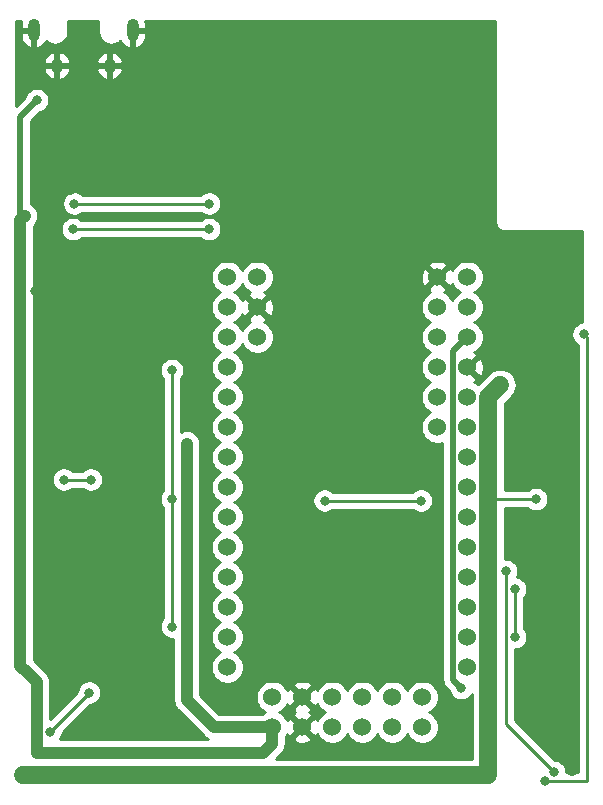
<source format=gbl>
G04 #@! TF.GenerationSoftware,KiCad,Pcbnew,(5.1.10)-1*
G04 #@! TF.CreationDate,2022-09-08T14:44:35+02:00*
G04 #@! TF.ProjectId,gbCartridge,67624361-7274-4726-9964-67652e6b6963,rev?*
G04 #@! TF.SameCoordinates,Original*
G04 #@! TF.FileFunction,Copper,L2,Bot*
G04 #@! TF.FilePolarity,Positive*
%FSLAX46Y46*%
G04 Gerber Fmt 4.6, Leading zero omitted, Abs format (unit mm)*
G04 Created by KiCad (PCBNEW (5.1.10)-1) date 2022-09-08 14:44:35*
%MOMM*%
%LPD*%
G01*
G04 APERTURE LIST*
G04 #@! TA.AperFunction,ComponentPad*
%ADD10C,1.524000*%
G04 #@! TD*
G04 #@! TA.AperFunction,ComponentPad*
%ADD11O,1.000000X1.900000*%
G04 #@! TD*
G04 #@! TA.AperFunction,ComponentPad*
%ADD12O,1.050000X1.250000*%
G04 #@! TD*
G04 #@! TA.AperFunction,ViaPad*
%ADD13C,0.800000*%
G04 #@! TD*
G04 #@! TA.AperFunction,ViaPad*
%ADD14C,1.200000*%
G04 #@! TD*
G04 #@! TA.AperFunction,Conductor*
%ADD15C,1.500000*%
G04 #@! TD*
G04 #@! TA.AperFunction,Conductor*
%ADD16C,0.250000*%
G04 #@! TD*
G04 #@! TA.AperFunction,Conductor*
%ADD17C,0.500000*%
G04 #@! TD*
G04 #@! TA.AperFunction,Conductor*
%ADD18C,1.000000*%
G04 #@! TD*
G04 #@! TA.AperFunction,Conductor*
%ADD19C,0.254000*%
G04 #@! TD*
G04 #@! TA.AperFunction,Conductor*
%ADD20C,0.100000*%
G04 #@! TD*
G04 APERTURE END LIST*
D10*
X108966000Y-156972000D03*
X111506000Y-156972000D03*
X114046000Y-156972000D03*
X116586000Y-156972000D03*
X119126000Y-156972000D03*
X121666000Y-156972000D03*
X108966000Y-154432000D03*
X111506000Y-154432000D03*
X114046000Y-154432000D03*
X116586000Y-154432000D03*
X119126000Y-154432000D03*
X121666000Y-154432000D03*
X122936000Y-131572000D03*
X122936000Y-129032000D03*
X122936000Y-126492000D03*
X122936000Y-123952000D03*
X122936000Y-121412000D03*
X122936000Y-118872000D03*
X107696000Y-123952000D03*
X107696000Y-121412000D03*
X107696000Y-118872000D03*
X125476000Y-118872000D03*
X125476000Y-121412000D03*
X125476000Y-123952000D03*
X125476000Y-126492000D03*
X125476000Y-129032000D03*
X125476000Y-131572000D03*
X125476000Y-134112000D03*
X125476000Y-136652000D03*
X125476000Y-139192000D03*
X125476000Y-141732000D03*
X125476000Y-144272000D03*
X125476000Y-146812000D03*
X125476000Y-149352000D03*
X125476000Y-151892000D03*
X105156000Y-151892000D03*
X105156000Y-149352000D03*
X105156000Y-146812000D03*
X105156000Y-144272000D03*
X105156000Y-141732000D03*
X105156000Y-139192000D03*
X105156000Y-136652000D03*
X105156000Y-134112000D03*
X105156000Y-131572000D03*
X105156000Y-129032000D03*
X105156000Y-126492000D03*
X105156000Y-123952000D03*
X105156000Y-121412000D03*
X105156000Y-118872000D03*
D11*
X88789000Y-97967800D03*
X97139000Y-97967800D03*
D12*
X90739000Y-100967800D03*
X95189000Y-100967800D03*
D13*
X133858000Y-146050000D03*
X133858000Y-133096000D03*
D14*
X134366000Y-160528000D03*
D13*
X130048000Y-155194000D03*
X133858000Y-143764000D03*
X98552000Y-152908000D03*
X98658720Y-141904364D03*
X98933000Y-130937000D03*
X93726000Y-126746000D03*
X93726000Y-137541000D03*
X93726000Y-148463000D03*
X100838000Y-108077000D03*
X91948000Y-111506000D03*
X89154000Y-128143000D03*
X98425000Y-128143000D03*
X88900000Y-120015000D03*
X98425000Y-121285000D03*
X89535000Y-106045000D03*
D14*
X87884000Y-161036000D03*
X128270000Y-128016000D03*
D13*
X127254000Y-156718000D03*
X131318000Y-137668000D03*
X132842000Y-160782000D03*
X128778000Y-143764000D03*
X91313000Y-136017000D03*
X93599000Y-136017000D03*
X93472000Y-154051000D03*
X90173962Y-157349038D03*
X124968000Y-153670000D03*
X101727000Y-154686000D03*
X101727000Y-143637000D03*
X101727000Y-132969000D03*
X88011000Y-113665000D03*
X87630000Y-121920000D03*
X89027000Y-103886000D03*
X92075000Y-114808000D03*
X103632000Y-114808000D03*
X92202000Y-112649000D03*
X103632000Y-112649000D03*
X121559000Y-137795000D03*
X113391000Y-137795000D03*
X135335000Y-123698000D03*
X132080000Y-161544000D03*
X129540000Y-145288000D03*
X129540000Y-149352000D03*
X100457000Y-148463000D03*
X100457000Y-137668000D03*
X100457000Y-126746000D03*
D15*
X127254000Y-129032000D02*
X128270000Y-128016000D01*
X87884000Y-161036000D02*
X127254000Y-161036000D01*
X127254000Y-155448000D02*
X127254000Y-154432000D01*
X127254000Y-156718000D02*
X127254000Y-155448000D01*
X127254000Y-161036000D02*
X127254000Y-156718000D01*
X127254000Y-137668000D02*
X127254000Y-129032000D01*
D16*
X131318000Y-137668000D02*
X127254000Y-137668000D01*
D15*
X127254000Y-154432000D02*
X127254000Y-137668000D01*
D16*
X128778000Y-156718000D02*
X128778000Y-149606000D01*
X132842000Y-160782000D02*
X128778000Y-156718000D01*
X128778000Y-149606000D02*
X128778000Y-143764000D01*
X91313000Y-136017000D02*
X93599000Y-136017000D01*
X93472000Y-154051000D02*
X90170000Y-157353000D01*
D17*
X124263999Y-125164001D02*
X125476000Y-123952000D01*
X124263999Y-151326001D02*
X124263999Y-125164001D01*
X124263999Y-152965999D02*
X124968000Y-153670000D01*
X124263999Y-151326001D02*
X124263999Y-152965999D01*
D18*
X108966000Y-156972000D02*
X104013000Y-156972000D01*
X104013000Y-156972000D02*
X101727000Y-154686000D01*
X101727000Y-154686000D02*
X101727000Y-143637000D01*
X101727000Y-143637000D02*
X101727000Y-132969000D01*
X108966000Y-156972000D02*
X108966000Y-158369000D01*
X108966000Y-158369000D02*
X108204000Y-159131000D01*
X108204000Y-159131000D02*
X89027000Y-159131000D01*
X89027000Y-159131000D02*
X89027000Y-157144478D01*
X87630000Y-121920000D02*
X87630000Y-114046000D01*
X87630000Y-114046000D02*
X88011000Y-113665000D01*
D17*
X87630000Y-105283000D02*
X89027000Y-103886000D01*
X87630000Y-114046000D02*
X87630000Y-105283000D01*
D18*
X89027000Y-157144478D02*
X89027000Y-153162000D01*
X87630000Y-151765000D02*
X88265000Y-152400000D01*
X87630000Y-121920000D02*
X87630000Y-151765000D01*
X89027000Y-153162000D02*
X88265000Y-152400000D01*
D16*
X92075000Y-114808000D02*
X103632000Y-114808000D01*
X92202000Y-112649000D02*
X103632000Y-112649000D01*
X121559000Y-137795000D02*
X113391000Y-137795000D01*
X135382000Y-123698000D02*
X135609990Y-123925990D01*
X135335000Y-123698000D02*
X135382000Y-123698000D01*
X135609990Y-123925990D02*
X135609990Y-149098000D01*
X135609990Y-149098000D02*
X135609990Y-161544000D01*
X132080000Y-161544000D02*
X135609990Y-161544000D01*
X129540000Y-145288000D02*
X129540000Y-149352000D01*
X100457000Y-137668000D02*
X100457000Y-148463000D01*
X100457000Y-126746000D02*
X100457000Y-137668000D01*
D19*
X127864001Y-97179954D02*
X127864000Y-114267581D01*
X127860807Y-114300000D01*
X127873550Y-114429383D01*
X127911290Y-114553793D01*
X127972575Y-114668450D01*
X127981744Y-114679622D01*
X128055052Y-114768948D01*
X128155550Y-114851425D01*
X128270207Y-114912710D01*
X128394617Y-114950450D01*
X128524000Y-114963193D01*
X128556419Y-114960000D01*
X135230001Y-114960000D01*
X135230001Y-122663609D01*
X135033102Y-122702774D01*
X134844744Y-122780795D01*
X134675226Y-122894063D01*
X134531063Y-123038226D01*
X134417795Y-123207744D01*
X134339774Y-123396102D01*
X134300000Y-123596061D01*
X134300000Y-123799939D01*
X134339774Y-123999898D01*
X134417795Y-124188256D01*
X134531063Y-124357774D01*
X134675226Y-124501937D01*
X134844744Y-124615205D01*
X134849990Y-124617378D01*
X134849991Y-149060658D01*
X134849990Y-149060668D01*
X134849991Y-160784000D01*
X133877000Y-160784000D01*
X133877000Y-160680061D01*
X133837226Y-160480102D01*
X133759205Y-160291744D01*
X133645937Y-160122226D01*
X133501774Y-159978063D01*
X133332256Y-159864795D01*
X133143898Y-159786774D01*
X132943939Y-159747000D01*
X132881802Y-159747000D01*
X129538000Y-156403199D01*
X129538000Y-150387000D01*
X129641939Y-150387000D01*
X129841898Y-150347226D01*
X130030256Y-150269205D01*
X130199774Y-150155937D01*
X130343937Y-150011774D01*
X130457205Y-149842256D01*
X130535226Y-149653898D01*
X130575000Y-149453939D01*
X130575000Y-149250061D01*
X130535226Y-149050102D01*
X130457205Y-148861744D01*
X130343937Y-148692226D01*
X130300000Y-148648289D01*
X130300000Y-145991711D01*
X130343937Y-145947774D01*
X130457205Y-145778256D01*
X130535226Y-145589898D01*
X130575000Y-145389939D01*
X130575000Y-145186061D01*
X130535226Y-144986102D01*
X130457205Y-144797744D01*
X130343937Y-144628226D01*
X130199774Y-144484063D01*
X130030256Y-144370795D01*
X129841898Y-144292774D01*
X129689697Y-144262500D01*
X129695205Y-144254256D01*
X129773226Y-144065898D01*
X129813000Y-143865939D01*
X129813000Y-143662061D01*
X129773226Y-143462102D01*
X129695205Y-143273744D01*
X129581937Y-143104226D01*
X129437774Y-142960063D01*
X129268256Y-142846795D01*
X129079898Y-142768774D01*
X128879939Y-142729000D01*
X128676061Y-142729000D01*
X128639000Y-142736372D01*
X128639000Y-138428000D01*
X130614289Y-138428000D01*
X130658226Y-138471937D01*
X130827744Y-138585205D01*
X131016102Y-138663226D01*
X131216061Y-138703000D01*
X131419939Y-138703000D01*
X131619898Y-138663226D01*
X131808256Y-138585205D01*
X131977774Y-138471937D01*
X132121937Y-138327774D01*
X132235205Y-138158256D01*
X132313226Y-137969898D01*
X132353000Y-137769939D01*
X132353000Y-137566061D01*
X132313226Y-137366102D01*
X132235205Y-137177744D01*
X132121937Y-137008226D01*
X131977774Y-136864063D01*
X131808256Y-136750795D01*
X131619898Y-136672774D01*
X131419939Y-136633000D01*
X131216061Y-136633000D01*
X131016102Y-136672774D01*
X130827744Y-136750795D01*
X130658226Y-136864063D01*
X130614289Y-136908000D01*
X128639000Y-136908000D01*
X128639000Y-129605685D01*
X129297452Y-128947234D01*
X129427156Y-128789189D01*
X129555764Y-128548581D01*
X129634960Y-128287508D01*
X129661700Y-128016000D01*
X129634960Y-127744493D01*
X129555764Y-127483420D01*
X129427156Y-127242812D01*
X129254081Y-127031919D01*
X129043188Y-126858844D01*
X128802580Y-126730236D01*
X128541507Y-126651040D01*
X128270000Y-126624300D01*
X127998492Y-126651040D01*
X127737419Y-126730236D01*
X127496811Y-126858844D01*
X127338766Y-126988548D01*
X126373485Y-127953830D01*
X126366535Y-127946880D01*
X126137727Y-127793995D01*
X126066057Y-127764308D01*
X126079023Y-127759636D01*
X126194980Y-127697656D01*
X126261960Y-127457565D01*
X125476000Y-126671605D01*
X125461858Y-126685748D01*
X125282253Y-126506143D01*
X125296395Y-126492000D01*
X125655605Y-126492000D01*
X126441565Y-127277960D01*
X126681656Y-127210980D01*
X126798756Y-126961952D01*
X126865023Y-126694865D01*
X126877910Y-126419983D01*
X126836922Y-126147867D01*
X126743636Y-125888977D01*
X126681656Y-125773020D01*
X126441565Y-125706040D01*
X125655605Y-126492000D01*
X125296395Y-126492000D01*
X125282253Y-126477858D01*
X125461858Y-126298253D01*
X125476000Y-126312395D01*
X126261960Y-125526435D01*
X126194980Y-125286344D01*
X126059240Y-125222515D01*
X126137727Y-125190005D01*
X126366535Y-125037120D01*
X126561120Y-124842535D01*
X126714005Y-124613727D01*
X126819314Y-124359490D01*
X126873000Y-124089592D01*
X126873000Y-123814408D01*
X126819314Y-123544510D01*
X126714005Y-123290273D01*
X126561120Y-123061465D01*
X126366535Y-122866880D01*
X126137727Y-122713995D01*
X126060485Y-122682000D01*
X126137727Y-122650005D01*
X126366535Y-122497120D01*
X126561120Y-122302535D01*
X126714005Y-122073727D01*
X126819314Y-121819490D01*
X126873000Y-121549592D01*
X126873000Y-121274408D01*
X126819314Y-121004510D01*
X126714005Y-120750273D01*
X126561120Y-120521465D01*
X126366535Y-120326880D01*
X126137727Y-120173995D01*
X126060485Y-120142000D01*
X126137727Y-120110005D01*
X126366535Y-119957120D01*
X126561120Y-119762535D01*
X126714005Y-119533727D01*
X126819314Y-119279490D01*
X126873000Y-119009592D01*
X126873000Y-118734408D01*
X126819314Y-118464510D01*
X126714005Y-118210273D01*
X126561120Y-117981465D01*
X126366535Y-117786880D01*
X126137727Y-117633995D01*
X125883490Y-117528686D01*
X125613592Y-117475000D01*
X125338408Y-117475000D01*
X125068510Y-117528686D01*
X124814273Y-117633995D01*
X124585465Y-117786880D01*
X124390880Y-117981465D01*
X124237995Y-118210273D01*
X124208308Y-118281943D01*
X124203636Y-118268977D01*
X124141656Y-118153020D01*
X123901565Y-118086040D01*
X123115605Y-118872000D01*
X123901565Y-119657960D01*
X124141656Y-119590980D01*
X124205485Y-119455240D01*
X124237995Y-119533727D01*
X124390880Y-119762535D01*
X124585465Y-119957120D01*
X124814273Y-120110005D01*
X124891515Y-120142000D01*
X124814273Y-120173995D01*
X124585465Y-120326880D01*
X124390880Y-120521465D01*
X124237995Y-120750273D01*
X124206000Y-120827515D01*
X124174005Y-120750273D01*
X124021120Y-120521465D01*
X123826535Y-120326880D01*
X123597727Y-120173995D01*
X123526057Y-120144308D01*
X123539023Y-120139636D01*
X123654980Y-120077656D01*
X123721960Y-119837565D01*
X122936000Y-119051605D01*
X122150040Y-119837565D01*
X122217020Y-120077656D01*
X122352760Y-120141485D01*
X122274273Y-120173995D01*
X122045465Y-120326880D01*
X121850880Y-120521465D01*
X121697995Y-120750273D01*
X121592686Y-121004510D01*
X121539000Y-121274408D01*
X121539000Y-121549592D01*
X121592686Y-121819490D01*
X121697995Y-122073727D01*
X121850880Y-122302535D01*
X122045465Y-122497120D01*
X122274273Y-122650005D01*
X122351515Y-122682000D01*
X122274273Y-122713995D01*
X122045465Y-122866880D01*
X121850880Y-123061465D01*
X121697995Y-123290273D01*
X121592686Y-123544510D01*
X121539000Y-123814408D01*
X121539000Y-124089592D01*
X121592686Y-124359490D01*
X121697995Y-124613727D01*
X121850880Y-124842535D01*
X122045465Y-125037120D01*
X122274273Y-125190005D01*
X122351515Y-125222000D01*
X122274273Y-125253995D01*
X122045465Y-125406880D01*
X121850880Y-125601465D01*
X121697995Y-125830273D01*
X121592686Y-126084510D01*
X121539000Y-126354408D01*
X121539000Y-126629592D01*
X121592686Y-126899490D01*
X121697995Y-127153727D01*
X121850880Y-127382535D01*
X122045465Y-127577120D01*
X122274273Y-127730005D01*
X122351515Y-127762000D01*
X122274273Y-127793995D01*
X122045465Y-127946880D01*
X121850880Y-128141465D01*
X121697995Y-128370273D01*
X121592686Y-128624510D01*
X121539000Y-128894408D01*
X121539000Y-129169592D01*
X121592686Y-129439490D01*
X121697995Y-129693727D01*
X121850880Y-129922535D01*
X122045465Y-130117120D01*
X122274273Y-130270005D01*
X122351515Y-130302000D01*
X122274273Y-130333995D01*
X122045465Y-130486880D01*
X121850880Y-130681465D01*
X121697995Y-130910273D01*
X121592686Y-131164510D01*
X121539000Y-131434408D01*
X121539000Y-131709592D01*
X121592686Y-131979490D01*
X121697995Y-132233727D01*
X121850880Y-132462535D01*
X122045465Y-132657120D01*
X122274273Y-132810005D01*
X122528510Y-132915314D01*
X122798408Y-132969000D01*
X123073592Y-132969000D01*
X123343490Y-132915314D01*
X123379000Y-132900605D01*
X123378999Y-151282524D01*
X123378999Y-151282525D01*
X123379000Y-152922520D01*
X123374718Y-152965999D01*
X123391804Y-153139489D01*
X123442411Y-153306312D01*
X123524589Y-153460058D01*
X123607467Y-153561045D01*
X123607470Y-153561048D01*
X123635183Y-153594816D01*
X123668950Y-153622528D01*
X123961465Y-153915043D01*
X123972774Y-153971898D01*
X124050795Y-154160256D01*
X124164063Y-154329774D01*
X124308226Y-154473937D01*
X124477744Y-154587205D01*
X124666102Y-154665226D01*
X124866061Y-154705000D01*
X125069939Y-154705000D01*
X125269898Y-154665226D01*
X125458256Y-154587205D01*
X125627774Y-154473937D01*
X125771937Y-154329774D01*
X125869000Y-154184509D01*
X125869000Y-156786036D01*
X125869001Y-156786046D01*
X125869000Y-159651000D01*
X109289131Y-159651000D01*
X109729140Y-159210992D01*
X109772449Y-159175449D01*
X109914284Y-159002623D01*
X110019676Y-158805447D01*
X110084577Y-158591499D01*
X110101000Y-158424752D01*
X110106491Y-158369000D01*
X110101000Y-158313248D01*
X110101000Y-157937565D01*
X110720040Y-157937565D01*
X110787020Y-158177656D01*
X111036048Y-158294756D01*
X111303135Y-158361023D01*
X111578017Y-158373910D01*
X111850133Y-158332922D01*
X112109023Y-158239636D01*
X112224980Y-158177656D01*
X112291960Y-157937565D01*
X111506000Y-157151605D01*
X110720040Y-157937565D01*
X110101000Y-157937565D01*
X110101000Y-157787884D01*
X110204005Y-157633727D01*
X110233692Y-157562057D01*
X110238364Y-157575023D01*
X110300344Y-157690980D01*
X110540435Y-157757960D01*
X111326395Y-156972000D01*
X110540435Y-156186040D01*
X110300344Y-156253020D01*
X110236515Y-156388760D01*
X110204005Y-156310273D01*
X110051120Y-156081465D01*
X109856535Y-155886880D01*
X109627727Y-155733995D01*
X109550485Y-155702000D01*
X109627727Y-155670005D01*
X109856535Y-155517120D01*
X109976090Y-155397565D01*
X110720040Y-155397565D01*
X110787020Y-155637656D01*
X110917644Y-155699079D01*
X110902977Y-155704364D01*
X110787020Y-155766344D01*
X110720040Y-156006435D01*
X111506000Y-156792395D01*
X112291960Y-156006435D01*
X112224980Y-155766344D01*
X112094356Y-155704921D01*
X112109023Y-155699636D01*
X112224980Y-155637656D01*
X112291960Y-155397565D01*
X111506000Y-154611605D01*
X110720040Y-155397565D01*
X109976090Y-155397565D01*
X110051120Y-155322535D01*
X110204005Y-155093727D01*
X110233692Y-155022057D01*
X110238364Y-155035023D01*
X110300344Y-155150980D01*
X110540435Y-155217960D01*
X111326395Y-154432000D01*
X111685605Y-154432000D01*
X112471565Y-155217960D01*
X112711656Y-155150980D01*
X112775485Y-155015240D01*
X112807995Y-155093727D01*
X112960880Y-155322535D01*
X113155465Y-155517120D01*
X113384273Y-155670005D01*
X113461515Y-155702000D01*
X113384273Y-155733995D01*
X113155465Y-155886880D01*
X112960880Y-156081465D01*
X112807995Y-156310273D01*
X112778308Y-156381943D01*
X112773636Y-156368977D01*
X112711656Y-156253020D01*
X112471565Y-156186040D01*
X111685605Y-156972000D01*
X112471565Y-157757960D01*
X112711656Y-157690980D01*
X112775485Y-157555240D01*
X112807995Y-157633727D01*
X112960880Y-157862535D01*
X113155465Y-158057120D01*
X113384273Y-158210005D01*
X113638510Y-158315314D01*
X113908408Y-158369000D01*
X114183592Y-158369000D01*
X114453490Y-158315314D01*
X114707727Y-158210005D01*
X114936535Y-158057120D01*
X115131120Y-157862535D01*
X115284005Y-157633727D01*
X115316000Y-157556485D01*
X115347995Y-157633727D01*
X115500880Y-157862535D01*
X115695465Y-158057120D01*
X115924273Y-158210005D01*
X116178510Y-158315314D01*
X116448408Y-158369000D01*
X116723592Y-158369000D01*
X116993490Y-158315314D01*
X117247727Y-158210005D01*
X117476535Y-158057120D01*
X117671120Y-157862535D01*
X117824005Y-157633727D01*
X117856000Y-157556485D01*
X117887995Y-157633727D01*
X118040880Y-157862535D01*
X118235465Y-158057120D01*
X118464273Y-158210005D01*
X118718510Y-158315314D01*
X118988408Y-158369000D01*
X119263592Y-158369000D01*
X119533490Y-158315314D01*
X119787727Y-158210005D01*
X120016535Y-158057120D01*
X120211120Y-157862535D01*
X120364005Y-157633727D01*
X120396000Y-157556485D01*
X120427995Y-157633727D01*
X120580880Y-157862535D01*
X120775465Y-158057120D01*
X121004273Y-158210005D01*
X121258510Y-158315314D01*
X121528408Y-158369000D01*
X121803592Y-158369000D01*
X122073490Y-158315314D01*
X122327727Y-158210005D01*
X122556535Y-158057120D01*
X122751120Y-157862535D01*
X122904005Y-157633727D01*
X123009314Y-157379490D01*
X123063000Y-157109592D01*
X123063000Y-156834408D01*
X123009314Y-156564510D01*
X122904005Y-156310273D01*
X122751120Y-156081465D01*
X122556535Y-155886880D01*
X122327727Y-155733995D01*
X122250485Y-155702000D01*
X122327727Y-155670005D01*
X122556535Y-155517120D01*
X122751120Y-155322535D01*
X122904005Y-155093727D01*
X123009314Y-154839490D01*
X123063000Y-154569592D01*
X123063000Y-154294408D01*
X123009314Y-154024510D01*
X122904005Y-153770273D01*
X122751120Y-153541465D01*
X122556535Y-153346880D01*
X122327727Y-153193995D01*
X122073490Y-153088686D01*
X121803592Y-153035000D01*
X121528408Y-153035000D01*
X121258510Y-153088686D01*
X121004273Y-153193995D01*
X120775465Y-153346880D01*
X120580880Y-153541465D01*
X120427995Y-153770273D01*
X120396000Y-153847515D01*
X120364005Y-153770273D01*
X120211120Y-153541465D01*
X120016535Y-153346880D01*
X119787727Y-153193995D01*
X119533490Y-153088686D01*
X119263592Y-153035000D01*
X118988408Y-153035000D01*
X118718510Y-153088686D01*
X118464273Y-153193995D01*
X118235465Y-153346880D01*
X118040880Y-153541465D01*
X117887995Y-153770273D01*
X117856000Y-153847515D01*
X117824005Y-153770273D01*
X117671120Y-153541465D01*
X117476535Y-153346880D01*
X117247727Y-153193995D01*
X116993490Y-153088686D01*
X116723592Y-153035000D01*
X116448408Y-153035000D01*
X116178510Y-153088686D01*
X115924273Y-153193995D01*
X115695465Y-153346880D01*
X115500880Y-153541465D01*
X115347995Y-153770273D01*
X115316000Y-153847515D01*
X115284005Y-153770273D01*
X115131120Y-153541465D01*
X114936535Y-153346880D01*
X114707727Y-153193995D01*
X114453490Y-153088686D01*
X114183592Y-153035000D01*
X113908408Y-153035000D01*
X113638510Y-153088686D01*
X113384273Y-153193995D01*
X113155465Y-153346880D01*
X112960880Y-153541465D01*
X112807995Y-153770273D01*
X112778308Y-153841943D01*
X112773636Y-153828977D01*
X112711656Y-153713020D01*
X112471565Y-153646040D01*
X111685605Y-154432000D01*
X111326395Y-154432000D01*
X110540435Y-153646040D01*
X110300344Y-153713020D01*
X110236515Y-153848760D01*
X110204005Y-153770273D01*
X110051120Y-153541465D01*
X109976090Y-153466435D01*
X110720040Y-153466435D01*
X111506000Y-154252395D01*
X112291960Y-153466435D01*
X112224980Y-153226344D01*
X111975952Y-153109244D01*
X111708865Y-153042977D01*
X111433983Y-153030090D01*
X111161867Y-153071078D01*
X110902977Y-153164364D01*
X110787020Y-153226344D01*
X110720040Y-153466435D01*
X109976090Y-153466435D01*
X109856535Y-153346880D01*
X109627727Y-153193995D01*
X109373490Y-153088686D01*
X109103592Y-153035000D01*
X108828408Y-153035000D01*
X108558510Y-153088686D01*
X108304273Y-153193995D01*
X108075465Y-153346880D01*
X107880880Y-153541465D01*
X107727995Y-153770273D01*
X107622686Y-154024510D01*
X107569000Y-154294408D01*
X107569000Y-154569592D01*
X107622686Y-154839490D01*
X107727995Y-155093727D01*
X107880880Y-155322535D01*
X108075465Y-155517120D01*
X108304273Y-155670005D01*
X108381515Y-155702000D01*
X108304273Y-155733995D01*
X108150116Y-155837000D01*
X104483132Y-155837000D01*
X102862000Y-154215869D01*
X102862000Y-132913248D01*
X102845577Y-132746501D01*
X102780676Y-132532553D01*
X102675284Y-132335377D01*
X102533449Y-132162551D01*
X102360623Y-132020716D01*
X102163447Y-131915324D01*
X101949499Y-131850423D01*
X101727000Y-131828509D01*
X101504502Y-131850423D01*
X101290554Y-131915324D01*
X101217000Y-131954639D01*
X101217000Y-127449711D01*
X101260937Y-127405774D01*
X101374205Y-127236256D01*
X101452226Y-127047898D01*
X101492000Y-126847939D01*
X101492000Y-126644061D01*
X101452226Y-126444102D01*
X101374205Y-126255744D01*
X101260937Y-126086226D01*
X101116774Y-125942063D01*
X100947256Y-125828795D01*
X100758898Y-125750774D01*
X100558939Y-125711000D01*
X100355061Y-125711000D01*
X100155102Y-125750774D01*
X99966744Y-125828795D01*
X99797226Y-125942063D01*
X99653063Y-126086226D01*
X99539795Y-126255744D01*
X99461774Y-126444102D01*
X99422000Y-126644061D01*
X99422000Y-126847939D01*
X99461774Y-127047898D01*
X99539795Y-127236256D01*
X99653063Y-127405774D01*
X99697000Y-127449711D01*
X99697001Y-136964288D01*
X99653063Y-137008226D01*
X99539795Y-137177744D01*
X99461774Y-137366102D01*
X99422000Y-137566061D01*
X99422000Y-137769939D01*
X99461774Y-137969898D01*
X99539795Y-138158256D01*
X99653063Y-138327774D01*
X99697000Y-138371711D01*
X99697001Y-147759288D01*
X99653063Y-147803226D01*
X99539795Y-147972744D01*
X99461774Y-148161102D01*
X99422000Y-148361061D01*
X99422000Y-148564939D01*
X99461774Y-148764898D01*
X99539795Y-148953256D01*
X99653063Y-149122774D01*
X99797226Y-149266937D01*
X99966744Y-149380205D01*
X100155102Y-149458226D01*
X100355061Y-149498000D01*
X100558939Y-149498000D01*
X100592000Y-149491424D01*
X100592000Y-154630248D01*
X100586509Y-154686000D01*
X100592000Y-154741751D01*
X100608423Y-154908498D01*
X100673324Y-155122446D01*
X100778716Y-155319623D01*
X100920551Y-155492449D01*
X100963865Y-155527996D01*
X103171009Y-157735141D01*
X103206551Y-157778449D01*
X103379377Y-157920284D01*
X103521033Y-157996000D01*
X90986460Y-157996000D01*
X91091167Y-157839294D01*
X91169188Y-157650936D01*
X91208962Y-157450977D01*
X91208962Y-157388839D01*
X93511802Y-155086000D01*
X93573939Y-155086000D01*
X93773898Y-155046226D01*
X93962256Y-154968205D01*
X94131774Y-154854937D01*
X94275937Y-154710774D01*
X94389205Y-154541256D01*
X94467226Y-154352898D01*
X94507000Y-154152939D01*
X94507000Y-153949061D01*
X94467226Y-153749102D01*
X94389205Y-153560744D01*
X94275937Y-153391226D01*
X94131774Y-153247063D01*
X93962256Y-153133795D01*
X93773898Y-153055774D01*
X93573939Y-153016000D01*
X93370061Y-153016000D01*
X93170102Y-153055774D01*
X92981744Y-153133795D01*
X92812226Y-153247063D01*
X92668063Y-153391226D01*
X92554795Y-153560744D01*
X92476774Y-153749102D01*
X92437000Y-153949061D01*
X92437000Y-154011198D01*
X90162000Y-156286199D01*
X90162000Y-153217752D01*
X90167491Y-153162000D01*
X90145577Y-152939501D01*
X90080676Y-152725553D01*
X89975284Y-152528377D01*
X89868989Y-152398857D01*
X89833449Y-152355551D01*
X89790140Y-152320008D01*
X89106993Y-151636862D01*
X89106989Y-151636857D01*
X88765000Y-151294868D01*
X88765000Y-135915061D01*
X90278000Y-135915061D01*
X90278000Y-136118939D01*
X90317774Y-136318898D01*
X90395795Y-136507256D01*
X90509063Y-136676774D01*
X90653226Y-136820937D01*
X90822744Y-136934205D01*
X91011102Y-137012226D01*
X91211061Y-137052000D01*
X91414939Y-137052000D01*
X91614898Y-137012226D01*
X91803256Y-136934205D01*
X91972774Y-136820937D01*
X92016711Y-136777000D01*
X92895289Y-136777000D01*
X92939226Y-136820937D01*
X93108744Y-136934205D01*
X93297102Y-137012226D01*
X93497061Y-137052000D01*
X93700939Y-137052000D01*
X93900898Y-137012226D01*
X94089256Y-136934205D01*
X94258774Y-136820937D01*
X94402937Y-136676774D01*
X94516205Y-136507256D01*
X94594226Y-136318898D01*
X94634000Y-136118939D01*
X94634000Y-135915061D01*
X94594226Y-135715102D01*
X94516205Y-135526744D01*
X94402937Y-135357226D01*
X94258774Y-135213063D01*
X94089256Y-135099795D01*
X93900898Y-135021774D01*
X93700939Y-134982000D01*
X93497061Y-134982000D01*
X93297102Y-135021774D01*
X93108744Y-135099795D01*
X92939226Y-135213063D01*
X92895289Y-135257000D01*
X92016711Y-135257000D01*
X91972774Y-135213063D01*
X91803256Y-135099795D01*
X91614898Y-135021774D01*
X91414939Y-134982000D01*
X91211061Y-134982000D01*
X91011102Y-135021774D01*
X90822744Y-135099795D01*
X90653226Y-135213063D01*
X90509063Y-135357226D01*
X90395795Y-135526744D01*
X90317774Y-135715102D01*
X90278000Y-135915061D01*
X88765000Y-135915061D01*
X88765000Y-118734408D01*
X103759000Y-118734408D01*
X103759000Y-119009592D01*
X103812686Y-119279490D01*
X103917995Y-119533727D01*
X104070880Y-119762535D01*
X104265465Y-119957120D01*
X104494273Y-120110005D01*
X104571515Y-120142000D01*
X104494273Y-120173995D01*
X104265465Y-120326880D01*
X104070880Y-120521465D01*
X103917995Y-120750273D01*
X103812686Y-121004510D01*
X103759000Y-121274408D01*
X103759000Y-121549592D01*
X103812686Y-121819490D01*
X103917995Y-122073727D01*
X104070880Y-122302535D01*
X104265465Y-122497120D01*
X104494273Y-122650005D01*
X104571515Y-122682000D01*
X104494273Y-122713995D01*
X104265465Y-122866880D01*
X104070880Y-123061465D01*
X103917995Y-123290273D01*
X103812686Y-123544510D01*
X103759000Y-123814408D01*
X103759000Y-124089592D01*
X103812686Y-124359490D01*
X103917995Y-124613727D01*
X104070880Y-124842535D01*
X104265465Y-125037120D01*
X104494273Y-125190005D01*
X104571515Y-125222000D01*
X104494273Y-125253995D01*
X104265465Y-125406880D01*
X104070880Y-125601465D01*
X103917995Y-125830273D01*
X103812686Y-126084510D01*
X103759000Y-126354408D01*
X103759000Y-126629592D01*
X103812686Y-126899490D01*
X103917995Y-127153727D01*
X104070880Y-127382535D01*
X104265465Y-127577120D01*
X104494273Y-127730005D01*
X104571515Y-127762000D01*
X104494273Y-127793995D01*
X104265465Y-127946880D01*
X104070880Y-128141465D01*
X103917995Y-128370273D01*
X103812686Y-128624510D01*
X103759000Y-128894408D01*
X103759000Y-129169592D01*
X103812686Y-129439490D01*
X103917995Y-129693727D01*
X104070880Y-129922535D01*
X104265465Y-130117120D01*
X104494273Y-130270005D01*
X104571515Y-130302000D01*
X104494273Y-130333995D01*
X104265465Y-130486880D01*
X104070880Y-130681465D01*
X103917995Y-130910273D01*
X103812686Y-131164510D01*
X103759000Y-131434408D01*
X103759000Y-131709592D01*
X103812686Y-131979490D01*
X103917995Y-132233727D01*
X104070880Y-132462535D01*
X104265465Y-132657120D01*
X104494273Y-132810005D01*
X104571515Y-132842000D01*
X104494273Y-132873995D01*
X104265465Y-133026880D01*
X104070880Y-133221465D01*
X103917995Y-133450273D01*
X103812686Y-133704510D01*
X103759000Y-133974408D01*
X103759000Y-134249592D01*
X103812686Y-134519490D01*
X103917995Y-134773727D01*
X104070880Y-135002535D01*
X104265465Y-135197120D01*
X104494273Y-135350005D01*
X104571515Y-135382000D01*
X104494273Y-135413995D01*
X104265465Y-135566880D01*
X104070880Y-135761465D01*
X103917995Y-135990273D01*
X103812686Y-136244510D01*
X103759000Y-136514408D01*
X103759000Y-136789592D01*
X103812686Y-137059490D01*
X103917995Y-137313727D01*
X104070880Y-137542535D01*
X104265465Y-137737120D01*
X104494273Y-137890005D01*
X104571515Y-137922000D01*
X104494273Y-137953995D01*
X104265465Y-138106880D01*
X104070880Y-138301465D01*
X103917995Y-138530273D01*
X103812686Y-138784510D01*
X103759000Y-139054408D01*
X103759000Y-139329592D01*
X103812686Y-139599490D01*
X103917995Y-139853727D01*
X104070880Y-140082535D01*
X104265465Y-140277120D01*
X104494273Y-140430005D01*
X104571515Y-140462000D01*
X104494273Y-140493995D01*
X104265465Y-140646880D01*
X104070880Y-140841465D01*
X103917995Y-141070273D01*
X103812686Y-141324510D01*
X103759000Y-141594408D01*
X103759000Y-141869592D01*
X103812686Y-142139490D01*
X103917995Y-142393727D01*
X104070880Y-142622535D01*
X104265465Y-142817120D01*
X104494273Y-142970005D01*
X104571515Y-143002000D01*
X104494273Y-143033995D01*
X104265465Y-143186880D01*
X104070880Y-143381465D01*
X103917995Y-143610273D01*
X103812686Y-143864510D01*
X103759000Y-144134408D01*
X103759000Y-144409592D01*
X103812686Y-144679490D01*
X103917995Y-144933727D01*
X104070880Y-145162535D01*
X104265465Y-145357120D01*
X104494273Y-145510005D01*
X104571515Y-145542000D01*
X104494273Y-145573995D01*
X104265465Y-145726880D01*
X104070880Y-145921465D01*
X103917995Y-146150273D01*
X103812686Y-146404510D01*
X103759000Y-146674408D01*
X103759000Y-146949592D01*
X103812686Y-147219490D01*
X103917995Y-147473727D01*
X104070880Y-147702535D01*
X104265465Y-147897120D01*
X104494273Y-148050005D01*
X104571515Y-148082000D01*
X104494273Y-148113995D01*
X104265465Y-148266880D01*
X104070880Y-148461465D01*
X103917995Y-148690273D01*
X103812686Y-148944510D01*
X103759000Y-149214408D01*
X103759000Y-149489592D01*
X103812686Y-149759490D01*
X103917995Y-150013727D01*
X104070880Y-150242535D01*
X104265465Y-150437120D01*
X104494273Y-150590005D01*
X104571515Y-150622000D01*
X104494273Y-150653995D01*
X104265465Y-150806880D01*
X104070880Y-151001465D01*
X103917995Y-151230273D01*
X103812686Y-151484510D01*
X103759000Y-151754408D01*
X103759000Y-152029592D01*
X103812686Y-152299490D01*
X103917995Y-152553727D01*
X104070880Y-152782535D01*
X104265465Y-152977120D01*
X104494273Y-153130005D01*
X104748510Y-153235314D01*
X105018408Y-153289000D01*
X105293592Y-153289000D01*
X105563490Y-153235314D01*
X105817727Y-153130005D01*
X106046535Y-152977120D01*
X106241120Y-152782535D01*
X106394005Y-152553727D01*
X106499314Y-152299490D01*
X106553000Y-152029592D01*
X106553000Y-151754408D01*
X106499314Y-151484510D01*
X106394005Y-151230273D01*
X106241120Y-151001465D01*
X106046535Y-150806880D01*
X105817727Y-150653995D01*
X105740485Y-150622000D01*
X105817727Y-150590005D01*
X106046535Y-150437120D01*
X106241120Y-150242535D01*
X106394005Y-150013727D01*
X106499314Y-149759490D01*
X106553000Y-149489592D01*
X106553000Y-149214408D01*
X106499314Y-148944510D01*
X106394005Y-148690273D01*
X106241120Y-148461465D01*
X106046535Y-148266880D01*
X105817727Y-148113995D01*
X105740485Y-148082000D01*
X105817727Y-148050005D01*
X106046535Y-147897120D01*
X106241120Y-147702535D01*
X106394005Y-147473727D01*
X106499314Y-147219490D01*
X106553000Y-146949592D01*
X106553000Y-146674408D01*
X106499314Y-146404510D01*
X106394005Y-146150273D01*
X106241120Y-145921465D01*
X106046535Y-145726880D01*
X105817727Y-145573995D01*
X105740485Y-145542000D01*
X105817727Y-145510005D01*
X106046535Y-145357120D01*
X106241120Y-145162535D01*
X106394005Y-144933727D01*
X106499314Y-144679490D01*
X106553000Y-144409592D01*
X106553000Y-144134408D01*
X106499314Y-143864510D01*
X106394005Y-143610273D01*
X106241120Y-143381465D01*
X106046535Y-143186880D01*
X105817727Y-143033995D01*
X105740485Y-143002000D01*
X105817727Y-142970005D01*
X106046535Y-142817120D01*
X106241120Y-142622535D01*
X106394005Y-142393727D01*
X106499314Y-142139490D01*
X106553000Y-141869592D01*
X106553000Y-141594408D01*
X106499314Y-141324510D01*
X106394005Y-141070273D01*
X106241120Y-140841465D01*
X106046535Y-140646880D01*
X105817727Y-140493995D01*
X105740485Y-140462000D01*
X105817727Y-140430005D01*
X106046535Y-140277120D01*
X106241120Y-140082535D01*
X106394005Y-139853727D01*
X106499314Y-139599490D01*
X106553000Y-139329592D01*
X106553000Y-139054408D01*
X106499314Y-138784510D01*
X106394005Y-138530273D01*
X106241120Y-138301465D01*
X106046535Y-138106880D01*
X105817727Y-137953995D01*
X105740485Y-137922000D01*
X105817727Y-137890005D01*
X106046535Y-137737120D01*
X106090594Y-137693061D01*
X112356000Y-137693061D01*
X112356000Y-137896939D01*
X112395774Y-138096898D01*
X112473795Y-138285256D01*
X112587063Y-138454774D01*
X112731226Y-138598937D01*
X112900744Y-138712205D01*
X113089102Y-138790226D01*
X113289061Y-138830000D01*
X113492939Y-138830000D01*
X113692898Y-138790226D01*
X113881256Y-138712205D01*
X114050774Y-138598937D01*
X114094711Y-138555000D01*
X120855289Y-138555000D01*
X120899226Y-138598937D01*
X121068744Y-138712205D01*
X121257102Y-138790226D01*
X121457061Y-138830000D01*
X121660939Y-138830000D01*
X121860898Y-138790226D01*
X122049256Y-138712205D01*
X122218774Y-138598937D01*
X122362937Y-138454774D01*
X122476205Y-138285256D01*
X122554226Y-138096898D01*
X122594000Y-137896939D01*
X122594000Y-137693061D01*
X122554226Y-137493102D01*
X122476205Y-137304744D01*
X122362937Y-137135226D01*
X122218774Y-136991063D01*
X122049256Y-136877795D01*
X121860898Y-136799774D01*
X121660939Y-136760000D01*
X121457061Y-136760000D01*
X121257102Y-136799774D01*
X121068744Y-136877795D01*
X120899226Y-136991063D01*
X120855289Y-137035000D01*
X114094711Y-137035000D01*
X114050774Y-136991063D01*
X113881256Y-136877795D01*
X113692898Y-136799774D01*
X113492939Y-136760000D01*
X113289061Y-136760000D01*
X113089102Y-136799774D01*
X112900744Y-136877795D01*
X112731226Y-136991063D01*
X112587063Y-137135226D01*
X112473795Y-137304744D01*
X112395774Y-137493102D01*
X112356000Y-137693061D01*
X106090594Y-137693061D01*
X106241120Y-137542535D01*
X106394005Y-137313727D01*
X106499314Y-137059490D01*
X106553000Y-136789592D01*
X106553000Y-136514408D01*
X106499314Y-136244510D01*
X106394005Y-135990273D01*
X106241120Y-135761465D01*
X106046535Y-135566880D01*
X105817727Y-135413995D01*
X105740485Y-135382000D01*
X105817727Y-135350005D01*
X106046535Y-135197120D01*
X106241120Y-135002535D01*
X106394005Y-134773727D01*
X106499314Y-134519490D01*
X106553000Y-134249592D01*
X106553000Y-133974408D01*
X106499314Y-133704510D01*
X106394005Y-133450273D01*
X106241120Y-133221465D01*
X106046535Y-133026880D01*
X105817727Y-132873995D01*
X105740485Y-132842000D01*
X105817727Y-132810005D01*
X106046535Y-132657120D01*
X106241120Y-132462535D01*
X106394005Y-132233727D01*
X106499314Y-131979490D01*
X106553000Y-131709592D01*
X106553000Y-131434408D01*
X106499314Y-131164510D01*
X106394005Y-130910273D01*
X106241120Y-130681465D01*
X106046535Y-130486880D01*
X105817727Y-130333995D01*
X105740485Y-130302000D01*
X105817727Y-130270005D01*
X106046535Y-130117120D01*
X106241120Y-129922535D01*
X106394005Y-129693727D01*
X106499314Y-129439490D01*
X106553000Y-129169592D01*
X106553000Y-128894408D01*
X106499314Y-128624510D01*
X106394005Y-128370273D01*
X106241120Y-128141465D01*
X106046535Y-127946880D01*
X105817727Y-127793995D01*
X105740485Y-127762000D01*
X105817727Y-127730005D01*
X106046535Y-127577120D01*
X106241120Y-127382535D01*
X106394005Y-127153727D01*
X106499314Y-126899490D01*
X106553000Y-126629592D01*
X106553000Y-126354408D01*
X106499314Y-126084510D01*
X106394005Y-125830273D01*
X106241120Y-125601465D01*
X106046535Y-125406880D01*
X105817727Y-125253995D01*
X105740485Y-125222000D01*
X105817727Y-125190005D01*
X106046535Y-125037120D01*
X106241120Y-124842535D01*
X106394005Y-124613727D01*
X106426000Y-124536485D01*
X106457995Y-124613727D01*
X106610880Y-124842535D01*
X106805465Y-125037120D01*
X107034273Y-125190005D01*
X107288510Y-125295314D01*
X107558408Y-125349000D01*
X107833592Y-125349000D01*
X108103490Y-125295314D01*
X108357727Y-125190005D01*
X108586535Y-125037120D01*
X108781120Y-124842535D01*
X108934005Y-124613727D01*
X109039314Y-124359490D01*
X109093000Y-124089592D01*
X109093000Y-123814408D01*
X109039314Y-123544510D01*
X108934005Y-123290273D01*
X108781120Y-123061465D01*
X108586535Y-122866880D01*
X108357727Y-122713995D01*
X108286057Y-122684308D01*
X108299023Y-122679636D01*
X108414980Y-122617656D01*
X108481960Y-122377565D01*
X107696000Y-121591605D01*
X106910040Y-122377565D01*
X106977020Y-122617656D01*
X107112760Y-122681485D01*
X107034273Y-122713995D01*
X106805465Y-122866880D01*
X106610880Y-123061465D01*
X106457995Y-123290273D01*
X106426000Y-123367515D01*
X106394005Y-123290273D01*
X106241120Y-123061465D01*
X106046535Y-122866880D01*
X105817727Y-122713995D01*
X105740485Y-122682000D01*
X105817727Y-122650005D01*
X106046535Y-122497120D01*
X106241120Y-122302535D01*
X106394005Y-122073727D01*
X106423692Y-122002057D01*
X106428364Y-122015023D01*
X106490344Y-122130980D01*
X106730435Y-122197960D01*
X107516395Y-121412000D01*
X107875605Y-121412000D01*
X108661565Y-122197960D01*
X108901656Y-122130980D01*
X109018756Y-121881952D01*
X109085023Y-121614865D01*
X109097910Y-121339983D01*
X109056922Y-121067867D01*
X108963636Y-120808977D01*
X108901656Y-120693020D01*
X108661565Y-120626040D01*
X107875605Y-121412000D01*
X107516395Y-121412000D01*
X106730435Y-120626040D01*
X106490344Y-120693020D01*
X106426515Y-120828760D01*
X106394005Y-120750273D01*
X106241120Y-120521465D01*
X106046535Y-120326880D01*
X105817727Y-120173995D01*
X105740485Y-120142000D01*
X105817727Y-120110005D01*
X106046535Y-119957120D01*
X106241120Y-119762535D01*
X106394005Y-119533727D01*
X106426000Y-119456485D01*
X106457995Y-119533727D01*
X106610880Y-119762535D01*
X106805465Y-119957120D01*
X107034273Y-120110005D01*
X107105943Y-120139692D01*
X107092977Y-120144364D01*
X106977020Y-120206344D01*
X106910040Y-120446435D01*
X107696000Y-121232395D01*
X108481960Y-120446435D01*
X108414980Y-120206344D01*
X108279240Y-120142515D01*
X108357727Y-120110005D01*
X108586535Y-119957120D01*
X108781120Y-119762535D01*
X108934005Y-119533727D01*
X109039314Y-119279490D01*
X109093000Y-119009592D01*
X109093000Y-118944017D01*
X121534090Y-118944017D01*
X121575078Y-119216133D01*
X121668364Y-119475023D01*
X121730344Y-119590980D01*
X121970435Y-119657960D01*
X122756395Y-118872000D01*
X121970435Y-118086040D01*
X121730344Y-118153020D01*
X121613244Y-118402048D01*
X121546977Y-118669135D01*
X121534090Y-118944017D01*
X109093000Y-118944017D01*
X109093000Y-118734408D01*
X109039314Y-118464510D01*
X108934005Y-118210273D01*
X108781120Y-117981465D01*
X108706090Y-117906435D01*
X122150040Y-117906435D01*
X122936000Y-118692395D01*
X123721960Y-117906435D01*
X123654980Y-117666344D01*
X123405952Y-117549244D01*
X123138865Y-117482977D01*
X122863983Y-117470090D01*
X122591867Y-117511078D01*
X122332977Y-117604364D01*
X122217020Y-117666344D01*
X122150040Y-117906435D01*
X108706090Y-117906435D01*
X108586535Y-117786880D01*
X108357727Y-117633995D01*
X108103490Y-117528686D01*
X107833592Y-117475000D01*
X107558408Y-117475000D01*
X107288510Y-117528686D01*
X107034273Y-117633995D01*
X106805465Y-117786880D01*
X106610880Y-117981465D01*
X106457995Y-118210273D01*
X106426000Y-118287515D01*
X106394005Y-118210273D01*
X106241120Y-117981465D01*
X106046535Y-117786880D01*
X105817727Y-117633995D01*
X105563490Y-117528686D01*
X105293592Y-117475000D01*
X105018408Y-117475000D01*
X104748510Y-117528686D01*
X104494273Y-117633995D01*
X104265465Y-117786880D01*
X104070880Y-117981465D01*
X103917995Y-118210273D01*
X103812686Y-118464510D01*
X103759000Y-118734408D01*
X88765000Y-118734408D01*
X88765000Y-114706061D01*
X91040000Y-114706061D01*
X91040000Y-114909939D01*
X91079774Y-115109898D01*
X91157795Y-115298256D01*
X91271063Y-115467774D01*
X91415226Y-115611937D01*
X91584744Y-115725205D01*
X91773102Y-115803226D01*
X91973061Y-115843000D01*
X92176939Y-115843000D01*
X92376898Y-115803226D01*
X92565256Y-115725205D01*
X92734774Y-115611937D01*
X92778711Y-115568000D01*
X102928289Y-115568000D01*
X102972226Y-115611937D01*
X103141744Y-115725205D01*
X103330102Y-115803226D01*
X103530061Y-115843000D01*
X103733939Y-115843000D01*
X103933898Y-115803226D01*
X104122256Y-115725205D01*
X104291774Y-115611937D01*
X104435937Y-115467774D01*
X104549205Y-115298256D01*
X104627226Y-115109898D01*
X104667000Y-114909939D01*
X104667000Y-114706061D01*
X104627226Y-114506102D01*
X104549205Y-114317744D01*
X104435937Y-114148226D01*
X104291774Y-114004063D01*
X104122256Y-113890795D01*
X103933898Y-113812774D01*
X103733939Y-113773000D01*
X103530061Y-113773000D01*
X103330102Y-113812774D01*
X103141744Y-113890795D01*
X102972226Y-114004063D01*
X102928289Y-114048000D01*
X92778711Y-114048000D01*
X92734774Y-114004063D01*
X92565256Y-113890795D01*
X92376898Y-113812774D01*
X92176939Y-113773000D01*
X91973061Y-113773000D01*
X91773102Y-113812774D01*
X91584744Y-113890795D01*
X91415226Y-114004063D01*
X91271063Y-114148226D01*
X91157795Y-114317744D01*
X91079774Y-114506102D01*
X91040000Y-114706061D01*
X88765000Y-114706061D01*
X88765000Y-114516131D01*
X88852988Y-114428143D01*
X88959283Y-114298623D01*
X89064675Y-114101447D01*
X89129576Y-113887500D01*
X89151490Y-113665001D01*
X89129576Y-113442502D01*
X89064675Y-113228554D01*
X88959283Y-113031378D01*
X88817448Y-112858552D01*
X88644622Y-112716717D01*
X88515000Y-112647433D01*
X88515000Y-112547061D01*
X91167000Y-112547061D01*
X91167000Y-112750939D01*
X91206774Y-112950898D01*
X91284795Y-113139256D01*
X91398063Y-113308774D01*
X91542226Y-113452937D01*
X91711744Y-113566205D01*
X91900102Y-113644226D01*
X92100061Y-113684000D01*
X92303939Y-113684000D01*
X92503898Y-113644226D01*
X92692256Y-113566205D01*
X92861774Y-113452937D01*
X92905711Y-113409000D01*
X102928289Y-113409000D01*
X102972226Y-113452937D01*
X103141744Y-113566205D01*
X103330102Y-113644226D01*
X103530061Y-113684000D01*
X103733939Y-113684000D01*
X103933898Y-113644226D01*
X104122256Y-113566205D01*
X104291774Y-113452937D01*
X104435937Y-113308774D01*
X104549205Y-113139256D01*
X104627226Y-112950898D01*
X104667000Y-112750939D01*
X104667000Y-112547061D01*
X104627226Y-112347102D01*
X104549205Y-112158744D01*
X104435937Y-111989226D01*
X104291774Y-111845063D01*
X104122256Y-111731795D01*
X103933898Y-111653774D01*
X103733939Y-111614000D01*
X103530061Y-111614000D01*
X103330102Y-111653774D01*
X103141744Y-111731795D01*
X102972226Y-111845063D01*
X102928289Y-111889000D01*
X92905711Y-111889000D01*
X92861774Y-111845063D01*
X92692256Y-111731795D01*
X92503898Y-111653774D01*
X92303939Y-111614000D01*
X92100061Y-111614000D01*
X91900102Y-111653774D01*
X91711744Y-111731795D01*
X91542226Y-111845063D01*
X91398063Y-111989226D01*
X91284795Y-112158744D01*
X91206774Y-112347102D01*
X91167000Y-112547061D01*
X88515000Y-112547061D01*
X88515000Y-105649578D01*
X89272044Y-104892535D01*
X89328898Y-104881226D01*
X89517256Y-104803205D01*
X89686774Y-104689937D01*
X89830937Y-104545774D01*
X89944205Y-104376256D01*
X90022226Y-104187898D01*
X90062000Y-103987939D01*
X90062000Y-103784061D01*
X90022226Y-103584102D01*
X89944205Y-103395744D01*
X89830937Y-103226226D01*
X89686774Y-103082063D01*
X89517256Y-102968795D01*
X89328898Y-102890774D01*
X89128939Y-102851000D01*
X88925061Y-102851000D01*
X88725102Y-102890774D01*
X88536744Y-102968795D01*
X88367226Y-103082063D01*
X88223063Y-103226226D01*
X88109795Y-103395744D01*
X88031774Y-103584102D01*
X88020465Y-103640956D01*
X87274000Y-104387422D01*
X87274000Y-101275700D01*
X89598965Y-101275700D01*
X89661430Y-101494115D01*
X89765305Y-101696147D01*
X89906599Y-101874032D01*
X90079881Y-102020934D01*
X90278493Y-102131208D01*
X90433190Y-102186764D01*
X90612000Y-102060963D01*
X90612000Y-101094800D01*
X90866000Y-101094800D01*
X90866000Y-102060963D01*
X91044810Y-102186764D01*
X91199507Y-102131208D01*
X91398119Y-102020934D01*
X91571401Y-101874032D01*
X91712695Y-101696147D01*
X91816570Y-101494115D01*
X91879035Y-101275700D01*
X94048965Y-101275700D01*
X94111430Y-101494115D01*
X94215305Y-101696147D01*
X94356599Y-101874032D01*
X94529881Y-102020934D01*
X94728493Y-102131208D01*
X94883190Y-102186764D01*
X95062000Y-102060963D01*
X95062000Y-101094800D01*
X95316000Y-101094800D01*
X95316000Y-102060963D01*
X95494810Y-102186764D01*
X95649507Y-102131208D01*
X95848119Y-102020934D01*
X96021401Y-101874032D01*
X96162695Y-101696147D01*
X96266570Y-101494115D01*
X96329035Y-101275700D01*
X96188772Y-101094800D01*
X95316000Y-101094800D01*
X95062000Y-101094800D01*
X94189228Y-101094800D01*
X94048965Y-101275700D01*
X91879035Y-101275700D01*
X91738772Y-101094800D01*
X90866000Y-101094800D01*
X90612000Y-101094800D01*
X89739228Y-101094800D01*
X89598965Y-101275700D01*
X87274000Y-101275700D01*
X87274000Y-100659900D01*
X89598965Y-100659900D01*
X89739228Y-100840800D01*
X90612000Y-100840800D01*
X90612000Y-99874637D01*
X90866000Y-99874637D01*
X90866000Y-100840800D01*
X91738772Y-100840800D01*
X91879035Y-100659900D01*
X94048965Y-100659900D01*
X94189228Y-100840800D01*
X95062000Y-100840800D01*
X95062000Y-99874637D01*
X95316000Y-99874637D01*
X95316000Y-100840800D01*
X96188772Y-100840800D01*
X96329035Y-100659900D01*
X96266570Y-100441485D01*
X96162695Y-100239453D01*
X96021401Y-100061568D01*
X95848119Y-99914666D01*
X95649507Y-99804392D01*
X95494810Y-99748836D01*
X95316000Y-99874637D01*
X95062000Y-99874637D01*
X94883190Y-99748836D01*
X94728493Y-99804392D01*
X94529881Y-99914666D01*
X94356599Y-100061568D01*
X94215305Y-100239453D01*
X94111430Y-100441485D01*
X94048965Y-100659900D01*
X91879035Y-100659900D01*
X91816570Y-100441485D01*
X91712695Y-100239453D01*
X91571401Y-100061568D01*
X91398119Y-99914666D01*
X91199507Y-99804392D01*
X91044810Y-99748836D01*
X90866000Y-99874637D01*
X90612000Y-99874637D01*
X90433190Y-99748836D01*
X90278493Y-99804392D01*
X90079881Y-99914666D01*
X89906599Y-100061568D01*
X89765305Y-100239453D01*
X89661430Y-100441485D01*
X89598965Y-100659900D01*
X87274000Y-100659900D01*
X87274000Y-98094800D01*
X87654000Y-98094800D01*
X87654000Y-98544800D01*
X87700585Y-98763787D01*
X87788997Y-98969478D01*
X87915839Y-99153969D01*
X88076236Y-99310169D01*
X88264024Y-99432076D01*
X88487126Y-99511919D01*
X88662000Y-99385754D01*
X88662000Y-98094800D01*
X87654000Y-98094800D01*
X87274000Y-98094800D01*
X87274000Y-97179442D01*
X87699039Y-97179082D01*
X87654000Y-97390800D01*
X87654000Y-97840800D01*
X88662000Y-97840800D01*
X88662000Y-97820800D01*
X88916000Y-97820800D01*
X88916000Y-97840800D01*
X88936000Y-97840800D01*
X88936000Y-98094800D01*
X88916000Y-98094800D01*
X88916000Y-99385754D01*
X89090874Y-99511919D01*
X89313976Y-99432076D01*
X89501764Y-99310169D01*
X89662161Y-99153969D01*
X89789003Y-98969478D01*
X89822509Y-98891526D01*
X89855009Y-98924254D01*
X89862421Y-98930299D01*
X89927064Y-98982273D01*
X89979040Y-99016285D01*
X90030484Y-99050984D01*
X90038928Y-99055474D01*
X90038931Y-99055476D01*
X90038935Y-99055477D01*
X90112434Y-99093903D01*
X90169999Y-99117160D01*
X90227232Y-99141219D01*
X90236388Y-99143983D01*
X90315960Y-99167402D01*
X90376949Y-99179036D01*
X90437757Y-99191519D01*
X90447276Y-99192452D01*
X90447281Y-99192453D01*
X90447287Y-99192453D01*
X90529880Y-99199970D01*
X90591968Y-99199537D01*
X90654057Y-99199970D01*
X90663576Y-99199037D01*
X90746066Y-99190366D01*
X90806891Y-99177880D01*
X90867857Y-99166250D01*
X90877013Y-99163486D01*
X90956249Y-99138959D01*
X91013469Y-99114906D01*
X91071052Y-99091641D01*
X91079497Y-99087151D01*
X91152460Y-99047700D01*
X91203936Y-99012979D01*
X91255877Y-98978990D01*
X91263289Y-98972946D01*
X91327200Y-98920074D01*
X91370935Y-98876033D01*
X91415311Y-98832576D01*
X91421408Y-98825207D01*
X91473832Y-98760928D01*
X91508210Y-98709184D01*
X91543263Y-98657990D01*
X91547812Y-98649577D01*
X91586752Y-98576341D01*
X91610413Y-98518934D01*
X91634867Y-98461880D01*
X91637695Y-98452743D01*
X91637697Y-98452739D01*
X91637699Y-98452731D01*
X91661669Y-98373339D01*
X91673723Y-98312463D01*
X91686637Y-98251705D01*
X91687637Y-98242193D01*
X91695731Y-98159643D01*
X91695731Y-98159637D01*
X91699000Y-98126447D01*
X91699000Y-97202800D01*
X94229001Y-97202800D01*
X94229000Y-98126446D01*
X94232311Y-98160062D01*
X94232311Y-98165580D01*
X94233310Y-98175092D01*
X94237257Y-98210284D01*
X94238912Y-98227082D01*
X94239277Y-98228284D01*
X94242556Y-98257520D01*
X94255470Y-98318273D01*
X94267523Y-98379147D01*
X94270351Y-98388282D01*
X94270352Y-98388288D01*
X94270354Y-98388293D01*
X94295431Y-98467347D01*
X94319898Y-98524432D01*
X94343550Y-98581816D01*
X94348099Y-98590230D01*
X94388059Y-98662916D01*
X94423164Y-98714185D01*
X94457489Y-98765849D01*
X94463585Y-98773219D01*
X94516901Y-98836758D01*
X94561240Y-98880178D01*
X94605009Y-98924254D01*
X94612421Y-98930299D01*
X94677064Y-98982273D01*
X94729040Y-99016285D01*
X94780484Y-99050984D01*
X94788928Y-99055474D01*
X94788931Y-99055476D01*
X94788935Y-99055477D01*
X94862434Y-99093903D01*
X94919999Y-99117160D01*
X94977232Y-99141219D01*
X94986388Y-99143983D01*
X95065960Y-99167402D01*
X95126949Y-99179036D01*
X95187757Y-99191519D01*
X95197276Y-99192452D01*
X95197281Y-99192453D01*
X95197287Y-99192453D01*
X95279880Y-99199970D01*
X95341968Y-99199537D01*
X95404057Y-99199970D01*
X95413576Y-99199037D01*
X95496066Y-99190366D01*
X95556891Y-99177880D01*
X95617857Y-99166250D01*
X95627013Y-99163486D01*
X95706249Y-99138959D01*
X95763469Y-99114906D01*
X95821052Y-99091641D01*
X95829497Y-99087151D01*
X95902460Y-99047700D01*
X95953936Y-99012979D01*
X96005877Y-98978990D01*
X96013289Y-98972946D01*
X96077200Y-98920074D01*
X96105509Y-98891567D01*
X96138997Y-98969478D01*
X96265839Y-99153969D01*
X96426236Y-99310169D01*
X96614024Y-99432076D01*
X96837126Y-99511919D01*
X97012000Y-99385754D01*
X97012000Y-98094800D01*
X97266000Y-98094800D01*
X97266000Y-99385754D01*
X97440874Y-99511919D01*
X97663976Y-99432076D01*
X97851764Y-99310169D01*
X98012161Y-99153969D01*
X98139003Y-98969478D01*
X98227415Y-98763787D01*
X98274000Y-98544800D01*
X98274000Y-98094800D01*
X97266000Y-98094800D01*
X97012000Y-98094800D01*
X96992000Y-98094800D01*
X96992000Y-97840800D01*
X97012000Y-97840800D01*
X97012000Y-97820800D01*
X97266000Y-97820800D01*
X97266000Y-97840800D01*
X98274000Y-97840800D01*
X98274000Y-97390800D01*
X98228711Y-97177904D01*
X127864001Y-97179954D01*
G04 #@! TA.AperFunction,Conductor*
D20*
G36*
X127864001Y-97179954D02*
G01*
X127864000Y-114267581D01*
X127860807Y-114300000D01*
X127873550Y-114429383D01*
X127911290Y-114553793D01*
X127972575Y-114668450D01*
X127981744Y-114679622D01*
X128055052Y-114768948D01*
X128155550Y-114851425D01*
X128270207Y-114912710D01*
X128394617Y-114950450D01*
X128524000Y-114963193D01*
X128556419Y-114960000D01*
X135230001Y-114960000D01*
X135230001Y-122663609D01*
X135033102Y-122702774D01*
X134844744Y-122780795D01*
X134675226Y-122894063D01*
X134531063Y-123038226D01*
X134417795Y-123207744D01*
X134339774Y-123396102D01*
X134300000Y-123596061D01*
X134300000Y-123799939D01*
X134339774Y-123999898D01*
X134417795Y-124188256D01*
X134531063Y-124357774D01*
X134675226Y-124501937D01*
X134844744Y-124615205D01*
X134849990Y-124617378D01*
X134849991Y-149060658D01*
X134849990Y-149060668D01*
X134849991Y-160784000D01*
X133877000Y-160784000D01*
X133877000Y-160680061D01*
X133837226Y-160480102D01*
X133759205Y-160291744D01*
X133645937Y-160122226D01*
X133501774Y-159978063D01*
X133332256Y-159864795D01*
X133143898Y-159786774D01*
X132943939Y-159747000D01*
X132881802Y-159747000D01*
X129538000Y-156403199D01*
X129538000Y-150387000D01*
X129641939Y-150387000D01*
X129841898Y-150347226D01*
X130030256Y-150269205D01*
X130199774Y-150155937D01*
X130343937Y-150011774D01*
X130457205Y-149842256D01*
X130535226Y-149653898D01*
X130575000Y-149453939D01*
X130575000Y-149250061D01*
X130535226Y-149050102D01*
X130457205Y-148861744D01*
X130343937Y-148692226D01*
X130300000Y-148648289D01*
X130300000Y-145991711D01*
X130343937Y-145947774D01*
X130457205Y-145778256D01*
X130535226Y-145589898D01*
X130575000Y-145389939D01*
X130575000Y-145186061D01*
X130535226Y-144986102D01*
X130457205Y-144797744D01*
X130343937Y-144628226D01*
X130199774Y-144484063D01*
X130030256Y-144370795D01*
X129841898Y-144292774D01*
X129689697Y-144262500D01*
X129695205Y-144254256D01*
X129773226Y-144065898D01*
X129813000Y-143865939D01*
X129813000Y-143662061D01*
X129773226Y-143462102D01*
X129695205Y-143273744D01*
X129581937Y-143104226D01*
X129437774Y-142960063D01*
X129268256Y-142846795D01*
X129079898Y-142768774D01*
X128879939Y-142729000D01*
X128676061Y-142729000D01*
X128639000Y-142736372D01*
X128639000Y-138428000D01*
X130614289Y-138428000D01*
X130658226Y-138471937D01*
X130827744Y-138585205D01*
X131016102Y-138663226D01*
X131216061Y-138703000D01*
X131419939Y-138703000D01*
X131619898Y-138663226D01*
X131808256Y-138585205D01*
X131977774Y-138471937D01*
X132121937Y-138327774D01*
X132235205Y-138158256D01*
X132313226Y-137969898D01*
X132353000Y-137769939D01*
X132353000Y-137566061D01*
X132313226Y-137366102D01*
X132235205Y-137177744D01*
X132121937Y-137008226D01*
X131977774Y-136864063D01*
X131808256Y-136750795D01*
X131619898Y-136672774D01*
X131419939Y-136633000D01*
X131216061Y-136633000D01*
X131016102Y-136672774D01*
X130827744Y-136750795D01*
X130658226Y-136864063D01*
X130614289Y-136908000D01*
X128639000Y-136908000D01*
X128639000Y-129605685D01*
X129297452Y-128947234D01*
X129427156Y-128789189D01*
X129555764Y-128548581D01*
X129634960Y-128287508D01*
X129661700Y-128016000D01*
X129634960Y-127744493D01*
X129555764Y-127483420D01*
X129427156Y-127242812D01*
X129254081Y-127031919D01*
X129043188Y-126858844D01*
X128802580Y-126730236D01*
X128541507Y-126651040D01*
X128270000Y-126624300D01*
X127998492Y-126651040D01*
X127737419Y-126730236D01*
X127496811Y-126858844D01*
X127338766Y-126988548D01*
X126373485Y-127953830D01*
X126366535Y-127946880D01*
X126137727Y-127793995D01*
X126066057Y-127764308D01*
X126079023Y-127759636D01*
X126194980Y-127697656D01*
X126261960Y-127457565D01*
X125476000Y-126671605D01*
X125461858Y-126685748D01*
X125282253Y-126506143D01*
X125296395Y-126492000D01*
X125655605Y-126492000D01*
X126441565Y-127277960D01*
X126681656Y-127210980D01*
X126798756Y-126961952D01*
X126865023Y-126694865D01*
X126877910Y-126419983D01*
X126836922Y-126147867D01*
X126743636Y-125888977D01*
X126681656Y-125773020D01*
X126441565Y-125706040D01*
X125655605Y-126492000D01*
X125296395Y-126492000D01*
X125282253Y-126477858D01*
X125461858Y-126298253D01*
X125476000Y-126312395D01*
X126261960Y-125526435D01*
X126194980Y-125286344D01*
X126059240Y-125222515D01*
X126137727Y-125190005D01*
X126366535Y-125037120D01*
X126561120Y-124842535D01*
X126714005Y-124613727D01*
X126819314Y-124359490D01*
X126873000Y-124089592D01*
X126873000Y-123814408D01*
X126819314Y-123544510D01*
X126714005Y-123290273D01*
X126561120Y-123061465D01*
X126366535Y-122866880D01*
X126137727Y-122713995D01*
X126060485Y-122682000D01*
X126137727Y-122650005D01*
X126366535Y-122497120D01*
X126561120Y-122302535D01*
X126714005Y-122073727D01*
X126819314Y-121819490D01*
X126873000Y-121549592D01*
X126873000Y-121274408D01*
X126819314Y-121004510D01*
X126714005Y-120750273D01*
X126561120Y-120521465D01*
X126366535Y-120326880D01*
X126137727Y-120173995D01*
X126060485Y-120142000D01*
X126137727Y-120110005D01*
X126366535Y-119957120D01*
X126561120Y-119762535D01*
X126714005Y-119533727D01*
X126819314Y-119279490D01*
X126873000Y-119009592D01*
X126873000Y-118734408D01*
X126819314Y-118464510D01*
X126714005Y-118210273D01*
X126561120Y-117981465D01*
X126366535Y-117786880D01*
X126137727Y-117633995D01*
X125883490Y-117528686D01*
X125613592Y-117475000D01*
X125338408Y-117475000D01*
X125068510Y-117528686D01*
X124814273Y-117633995D01*
X124585465Y-117786880D01*
X124390880Y-117981465D01*
X124237995Y-118210273D01*
X124208308Y-118281943D01*
X124203636Y-118268977D01*
X124141656Y-118153020D01*
X123901565Y-118086040D01*
X123115605Y-118872000D01*
X123901565Y-119657960D01*
X124141656Y-119590980D01*
X124205485Y-119455240D01*
X124237995Y-119533727D01*
X124390880Y-119762535D01*
X124585465Y-119957120D01*
X124814273Y-120110005D01*
X124891515Y-120142000D01*
X124814273Y-120173995D01*
X124585465Y-120326880D01*
X124390880Y-120521465D01*
X124237995Y-120750273D01*
X124206000Y-120827515D01*
X124174005Y-120750273D01*
X124021120Y-120521465D01*
X123826535Y-120326880D01*
X123597727Y-120173995D01*
X123526057Y-120144308D01*
X123539023Y-120139636D01*
X123654980Y-120077656D01*
X123721960Y-119837565D01*
X122936000Y-119051605D01*
X122150040Y-119837565D01*
X122217020Y-120077656D01*
X122352760Y-120141485D01*
X122274273Y-120173995D01*
X122045465Y-120326880D01*
X121850880Y-120521465D01*
X121697995Y-120750273D01*
X121592686Y-121004510D01*
X121539000Y-121274408D01*
X121539000Y-121549592D01*
X121592686Y-121819490D01*
X121697995Y-122073727D01*
X121850880Y-122302535D01*
X122045465Y-122497120D01*
X122274273Y-122650005D01*
X122351515Y-122682000D01*
X122274273Y-122713995D01*
X122045465Y-122866880D01*
X121850880Y-123061465D01*
X121697995Y-123290273D01*
X121592686Y-123544510D01*
X121539000Y-123814408D01*
X121539000Y-124089592D01*
X121592686Y-124359490D01*
X121697995Y-124613727D01*
X121850880Y-124842535D01*
X122045465Y-125037120D01*
X122274273Y-125190005D01*
X122351515Y-125222000D01*
X122274273Y-125253995D01*
X122045465Y-125406880D01*
X121850880Y-125601465D01*
X121697995Y-125830273D01*
X121592686Y-126084510D01*
X121539000Y-126354408D01*
X121539000Y-126629592D01*
X121592686Y-126899490D01*
X121697995Y-127153727D01*
X121850880Y-127382535D01*
X122045465Y-127577120D01*
X122274273Y-127730005D01*
X122351515Y-127762000D01*
X122274273Y-127793995D01*
X122045465Y-127946880D01*
X121850880Y-128141465D01*
X121697995Y-128370273D01*
X121592686Y-128624510D01*
X121539000Y-128894408D01*
X121539000Y-129169592D01*
X121592686Y-129439490D01*
X121697995Y-129693727D01*
X121850880Y-129922535D01*
X122045465Y-130117120D01*
X122274273Y-130270005D01*
X122351515Y-130302000D01*
X122274273Y-130333995D01*
X122045465Y-130486880D01*
X121850880Y-130681465D01*
X121697995Y-130910273D01*
X121592686Y-131164510D01*
X121539000Y-131434408D01*
X121539000Y-131709592D01*
X121592686Y-131979490D01*
X121697995Y-132233727D01*
X121850880Y-132462535D01*
X122045465Y-132657120D01*
X122274273Y-132810005D01*
X122528510Y-132915314D01*
X122798408Y-132969000D01*
X123073592Y-132969000D01*
X123343490Y-132915314D01*
X123379000Y-132900605D01*
X123378999Y-151282524D01*
X123378999Y-151282525D01*
X123379000Y-152922520D01*
X123374718Y-152965999D01*
X123391804Y-153139489D01*
X123442411Y-153306312D01*
X123524589Y-153460058D01*
X123607467Y-153561045D01*
X123607470Y-153561048D01*
X123635183Y-153594816D01*
X123668950Y-153622528D01*
X123961465Y-153915043D01*
X123972774Y-153971898D01*
X124050795Y-154160256D01*
X124164063Y-154329774D01*
X124308226Y-154473937D01*
X124477744Y-154587205D01*
X124666102Y-154665226D01*
X124866061Y-154705000D01*
X125069939Y-154705000D01*
X125269898Y-154665226D01*
X125458256Y-154587205D01*
X125627774Y-154473937D01*
X125771937Y-154329774D01*
X125869000Y-154184509D01*
X125869000Y-156786036D01*
X125869001Y-156786046D01*
X125869000Y-159651000D01*
X109289131Y-159651000D01*
X109729140Y-159210992D01*
X109772449Y-159175449D01*
X109914284Y-159002623D01*
X110019676Y-158805447D01*
X110084577Y-158591499D01*
X110101000Y-158424752D01*
X110106491Y-158369000D01*
X110101000Y-158313248D01*
X110101000Y-157937565D01*
X110720040Y-157937565D01*
X110787020Y-158177656D01*
X111036048Y-158294756D01*
X111303135Y-158361023D01*
X111578017Y-158373910D01*
X111850133Y-158332922D01*
X112109023Y-158239636D01*
X112224980Y-158177656D01*
X112291960Y-157937565D01*
X111506000Y-157151605D01*
X110720040Y-157937565D01*
X110101000Y-157937565D01*
X110101000Y-157787884D01*
X110204005Y-157633727D01*
X110233692Y-157562057D01*
X110238364Y-157575023D01*
X110300344Y-157690980D01*
X110540435Y-157757960D01*
X111326395Y-156972000D01*
X110540435Y-156186040D01*
X110300344Y-156253020D01*
X110236515Y-156388760D01*
X110204005Y-156310273D01*
X110051120Y-156081465D01*
X109856535Y-155886880D01*
X109627727Y-155733995D01*
X109550485Y-155702000D01*
X109627727Y-155670005D01*
X109856535Y-155517120D01*
X109976090Y-155397565D01*
X110720040Y-155397565D01*
X110787020Y-155637656D01*
X110917644Y-155699079D01*
X110902977Y-155704364D01*
X110787020Y-155766344D01*
X110720040Y-156006435D01*
X111506000Y-156792395D01*
X112291960Y-156006435D01*
X112224980Y-155766344D01*
X112094356Y-155704921D01*
X112109023Y-155699636D01*
X112224980Y-155637656D01*
X112291960Y-155397565D01*
X111506000Y-154611605D01*
X110720040Y-155397565D01*
X109976090Y-155397565D01*
X110051120Y-155322535D01*
X110204005Y-155093727D01*
X110233692Y-155022057D01*
X110238364Y-155035023D01*
X110300344Y-155150980D01*
X110540435Y-155217960D01*
X111326395Y-154432000D01*
X111685605Y-154432000D01*
X112471565Y-155217960D01*
X112711656Y-155150980D01*
X112775485Y-155015240D01*
X112807995Y-155093727D01*
X112960880Y-155322535D01*
X113155465Y-155517120D01*
X113384273Y-155670005D01*
X113461515Y-155702000D01*
X113384273Y-155733995D01*
X113155465Y-155886880D01*
X112960880Y-156081465D01*
X112807995Y-156310273D01*
X112778308Y-156381943D01*
X112773636Y-156368977D01*
X112711656Y-156253020D01*
X112471565Y-156186040D01*
X111685605Y-156972000D01*
X112471565Y-157757960D01*
X112711656Y-157690980D01*
X112775485Y-157555240D01*
X112807995Y-157633727D01*
X112960880Y-157862535D01*
X113155465Y-158057120D01*
X113384273Y-158210005D01*
X113638510Y-158315314D01*
X113908408Y-158369000D01*
X114183592Y-158369000D01*
X114453490Y-158315314D01*
X114707727Y-158210005D01*
X114936535Y-158057120D01*
X115131120Y-157862535D01*
X115284005Y-157633727D01*
X115316000Y-157556485D01*
X115347995Y-157633727D01*
X115500880Y-157862535D01*
X115695465Y-158057120D01*
X115924273Y-158210005D01*
X116178510Y-158315314D01*
X116448408Y-158369000D01*
X116723592Y-158369000D01*
X116993490Y-158315314D01*
X117247727Y-158210005D01*
X117476535Y-158057120D01*
X117671120Y-157862535D01*
X117824005Y-157633727D01*
X117856000Y-157556485D01*
X117887995Y-157633727D01*
X118040880Y-157862535D01*
X118235465Y-158057120D01*
X118464273Y-158210005D01*
X118718510Y-158315314D01*
X118988408Y-158369000D01*
X119263592Y-158369000D01*
X119533490Y-158315314D01*
X119787727Y-158210005D01*
X120016535Y-158057120D01*
X120211120Y-157862535D01*
X120364005Y-157633727D01*
X120396000Y-157556485D01*
X120427995Y-157633727D01*
X120580880Y-157862535D01*
X120775465Y-158057120D01*
X121004273Y-158210005D01*
X121258510Y-158315314D01*
X121528408Y-158369000D01*
X121803592Y-158369000D01*
X122073490Y-158315314D01*
X122327727Y-158210005D01*
X122556535Y-158057120D01*
X122751120Y-157862535D01*
X122904005Y-157633727D01*
X123009314Y-157379490D01*
X123063000Y-157109592D01*
X123063000Y-156834408D01*
X123009314Y-156564510D01*
X122904005Y-156310273D01*
X122751120Y-156081465D01*
X122556535Y-155886880D01*
X122327727Y-155733995D01*
X122250485Y-155702000D01*
X122327727Y-155670005D01*
X122556535Y-155517120D01*
X122751120Y-155322535D01*
X122904005Y-155093727D01*
X123009314Y-154839490D01*
X123063000Y-154569592D01*
X123063000Y-154294408D01*
X123009314Y-154024510D01*
X122904005Y-153770273D01*
X122751120Y-153541465D01*
X122556535Y-153346880D01*
X122327727Y-153193995D01*
X122073490Y-153088686D01*
X121803592Y-153035000D01*
X121528408Y-153035000D01*
X121258510Y-153088686D01*
X121004273Y-153193995D01*
X120775465Y-153346880D01*
X120580880Y-153541465D01*
X120427995Y-153770273D01*
X120396000Y-153847515D01*
X120364005Y-153770273D01*
X120211120Y-153541465D01*
X120016535Y-153346880D01*
X119787727Y-153193995D01*
X119533490Y-153088686D01*
X119263592Y-153035000D01*
X118988408Y-153035000D01*
X118718510Y-153088686D01*
X118464273Y-153193995D01*
X118235465Y-153346880D01*
X118040880Y-153541465D01*
X117887995Y-153770273D01*
X117856000Y-153847515D01*
X117824005Y-153770273D01*
X117671120Y-153541465D01*
X117476535Y-153346880D01*
X117247727Y-153193995D01*
X116993490Y-153088686D01*
X116723592Y-153035000D01*
X116448408Y-153035000D01*
X116178510Y-153088686D01*
X115924273Y-153193995D01*
X115695465Y-153346880D01*
X115500880Y-153541465D01*
X115347995Y-153770273D01*
X115316000Y-153847515D01*
X115284005Y-153770273D01*
X115131120Y-153541465D01*
X114936535Y-153346880D01*
X114707727Y-153193995D01*
X114453490Y-153088686D01*
X114183592Y-153035000D01*
X113908408Y-153035000D01*
X113638510Y-153088686D01*
X113384273Y-153193995D01*
X113155465Y-153346880D01*
X112960880Y-153541465D01*
X112807995Y-153770273D01*
X112778308Y-153841943D01*
X112773636Y-153828977D01*
X112711656Y-153713020D01*
X112471565Y-153646040D01*
X111685605Y-154432000D01*
X111326395Y-154432000D01*
X110540435Y-153646040D01*
X110300344Y-153713020D01*
X110236515Y-153848760D01*
X110204005Y-153770273D01*
X110051120Y-153541465D01*
X109976090Y-153466435D01*
X110720040Y-153466435D01*
X111506000Y-154252395D01*
X112291960Y-153466435D01*
X112224980Y-153226344D01*
X111975952Y-153109244D01*
X111708865Y-153042977D01*
X111433983Y-153030090D01*
X111161867Y-153071078D01*
X110902977Y-153164364D01*
X110787020Y-153226344D01*
X110720040Y-153466435D01*
X109976090Y-153466435D01*
X109856535Y-153346880D01*
X109627727Y-153193995D01*
X109373490Y-153088686D01*
X109103592Y-153035000D01*
X108828408Y-153035000D01*
X108558510Y-153088686D01*
X108304273Y-153193995D01*
X108075465Y-153346880D01*
X107880880Y-153541465D01*
X107727995Y-153770273D01*
X107622686Y-154024510D01*
X107569000Y-154294408D01*
X107569000Y-154569592D01*
X107622686Y-154839490D01*
X107727995Y-155093727D01*
X107880880Y-155322535D01*
X108075465Y-155517120D01*
X108304273Y-155670005D01*
X108381515Y-155702000D01*
X108304273Y-155733995D01*
X108150116Y-155837000D01*
X104483132Y-155837000D01*
X102862000Y-154215869D01*
X102862000Y-132913248D01*
X102845577Y-132746501D01*
X102780676Y-132532553D01*
X102675284Y-132335377D01*
X102533449Y-132162551D01*
X102360623Y-132020716D01*
X102163447Y-131915324D01*
X101949499Y-131850423D01*
X101727000Y-131828509D01*
X101504502Y-131850423D01*
X101290554Y-131915324D01*
X101217000Y-131954639D01*
X101217000Y-127449711D01*
X101260937Y-127405774D01*
X101374205Y-127236256D01*
X101452226Y-127047898D01*
X101492000Y-126847939D01*
X101492000Y-126644061D01*
X101452226Y-126444102D01*
X101374205Y-126255744D01*
X101260937Y-126086226D01*
X101116774Y-125942063D01*
X100947256Y-125828795D01*
X100758898Y-125750774D01*
X100558939Y-125711000D01*
X100355061Y-125711000D01*
X100155102Y-125750774D01*
X99966744Y-125828795D01*
X99797226Y-125942063D01*
X99653063Y-126086226D01*
X99539795Y-126255744D01*
X99461774Y-126444102D01*
X99422000Y-126644061D01*
X99422000Y-126847939D01*
X99461774Y-127047898D01*
X99539795Y-127236256D01*
X99653063Y-127405774D01*
X99697000Y-127449711D01*
X99697001Y-136964288D01*
X99653063Y-137008226D01*
X99539795Y-137177744D01*
X99461774Y-137366102D01*
X99422000Y-137566061D01*
X99422000Y-137769939D01*
X99461774Y-137969898D01*
X99539795Y-138158256D01*
X99653063Y-138327774D01*
X99697000Y-138371711D01*
X99697001Y-147759288D01*
X99653063Y-147803226D01*
X99539795Y-147972744D01*
X99461774Y-148161102D01*
X99422000Y-148361061D01*
X99422000Y-148564939D01*
X99461774Y-148764898D01*
X99539795Y-148953256D01*
X99653063Y-149122774D01*
X99797226Y-149266937D01*
X99966744Y-149380205D01*
X100155102Y-149458226D01*
X100355061Y-149498000D01*
X100558939Y-149498000D01*
X100592000Y-149491424D01*
X100592000Y-154630248D01*
X100586509Y-154686000D01*
X100592000Y-154741751D01*
X100608423Y-154908498D01*
X100673324Y-155122446D01*
X100778716Y-155319623D01*
X100920551Y-155492449D01*
X100963865Y-155527996D01*
X103171009Y-157735141D01*
X103206551Y-157778449D01*
X103379377Y-157920284D01*
X103521033Y-157996000D01*
X90986460Y-157996000D01*
X91091167Y-157839294D01*
X91169188Y-157650936D01*
X91208962Y-157450977D01*
X91208962Y-157388839D01*
X93511802Y-155086000D01*
X93573939Y-155086000D01*
X93773898Y-155046226D01*
X93962256Y-154968205D01*
X94131774Y-154854937D01*
X94275937Y-154710774D01*
X94389205Y-154541256D01*
X94467226Y-154352898D01*
X94507000Y-154152939D01*
X94507000Y-153949061D01*
X94467226Y-153749102D01*
X94389205Y-153560744D01*
X94275937Y-153391226D01*
X94131774Y-153247063D01*
X93962256Y-153133795D01*
X93773898Y-153055774D01*
X93573939Y-153016000D01*
X93370061Y-153016000D01*
X93170102Y-153055774D01*
X92981744Y-153133795D01*
X92812226Y-153247063D01*
X92668063Y-153391226D01*
X92554795Y-153560744D01*
X92476774Y-153749102D01*
X92437000Y-153949061D01*
X92437000Y-154011198D01*
X90162000Y-156286199D01*
X90162000Y-153217752D01*
X90167491Y-153162000D01*
X90145577Y-152939501D01*
X90080676Y-152725553D01*
X89975284Y-152528377D01*
X89868989Y-152398857D01*
X89833449Y-152355551D01*
X89790140Y-152320008D01*
X89106993Y-151636862D01*
X89106989Y-151636857D01*
X88765000Y-151294868D01*
X88765000Y-135915061D01*
X90278000Y-135915061D01*
X90278000Y-136118939D01*
X90317774Y-136318898D01*
X90395795Y-136507256D01*
X90509063Y-136676774D01*
X90653226Y-136820937D01*
X90822744Y-136934205D01*
X91011102Y-137012226D01*
X91211061Y-137052000D01*
X91414939Y-137052000D01*
X91614898Y-137012226D01*
X91803256Y-136934205D01*
X91972774Y-136820937D01*
X92016711Y-136777000D01*
X92895289Y-136777000D01*
X92939226Y-136820937D01*
X93108744Y-136934205D01*
X93297102Y-137012226D01*
X93497061Y-137052000D01*
X93700939Y-137052000D01*
X93900898Y-137012226D01*
X94089256Y-136934205D01*
X94258774Y-136820937D01*
X94402937Y-136676774D01*
X94516205Y-136507256D01*
X94594226Y-136318898D01*
X94634000Y-136118939D01*
X94634000Y-135915061D01*
X94594226Y-135715102D01*
X94516205Y-135526744D01*
X94402937Y-135357226D01*
X94258774Y-135213063D01*
X94089256Y-135099795D01*
X93900898Y-135021774D01*
X93700939Y-134982000D01*
X93497061Y-134982000D01*
X93297102Y-135021774D01*
X93108744Y-135099795D01*
X92939226Y-135213063D01*
X92895289Y-135257000D01*
X92016711Y-135257000D01*
X91972774Y-135213063D01*
X91803256Y-135099795D01*
X91614898Y-135021774D01*
X91414939Y-134982000D01*
X91211061Y-134982000D01*
X91011102Y-135021774D01*
X90822744Y-135099795D01*
X90653226Y-135213063D01*
X90509063Y-135357226D01*
X90395795Y-135526744D01*
X90317774Y-135715102D01*
X90278000Y-135915061D01*
X88765000Y-135915061D01*
X88765000Y-118734408D01*
X103759000Y-118734408D01*
X103759000Y-119009592D01*
X103812686Y-119279490D01*
X103917995Y-119533727D01*
X104070880Y-119762535D01*
X104265465Y-119957120D01*
X104494273Y-120110005D01*
X104571515Y-120142000D01*
X104494273Y-120173995D01*
X104265465Y-120326880D01*
X104070880Y-120521465D01*
X103917995Y-120750273D01*
X103812686Y-121004510D01*
X103759000Y-121274408D01*
X103759000Y-121549592D01*
X103812686Y-121819490D01*
X103917995Y-122073727D01*
X104070880Y-122302535D01*
X104265465Y-122497120D01*
X104494273Y-122650005D01*
X104571515Y-122682000D01*
X104494273Y-122713995D01*
X104265465Y-122866880D01*
X104070880Y-123061465D01*
X103917995Y-123290273D01*
X103812686Y-123544510D01*
X103759000Y-123814408D01*
X103759000Y-124089592D01*
X103812686Y-124359490D01*
X103917995Y-124613727D01*
X104070880Y-124842535D01*
X104265465Y-125037120D01*
X104494273Y-125190005D01*
X104571515Y-125222000D01*
X104494273Y-125253995D01*
X104265465Y-125406880D01*
X104070880Y-125601465D01*
X103917995Y-125830273D01*
X103812686Y-126084510D01*
X103759000Y-126354408D01*
X103759000Y-126629592D01*
X103812686Y-126899490D01*
X103917995Y-127153727D01*
X104070880Y-127382535D01*
X104265465Y-127577120D01*
X104494273Y-127730005D01*
X104571515Y-127762000D01*
X104494273Y-127793995D01*
X104265465Y-127946880D01*
X104070880Y-128141465D01*
X103917995Y-128370273D01*
X103812686Y-128624510D01*
X103759000Y-128894408D01*
X103759000Y-129169592D01*
X103812686Y-129439490D01*
X103917995Y-129693727D01*
X104070880Y-129922535D01*
X104265465Y-130117120D01*
X104494273Y-130270005D01*
X104571515Y-130302000D01*
X104494273Y-130333995D01*
X104265465Y-130486880D01*
X104070880Y-130681465D01*
X103917995Y-130910273D01*
X103812686Y-131164510D01*
X103759000Y-131434408D01*
X103759000Y-131709592D01*
X103812686Y-131979490D01*
X103917995Y-132233727D01*
X104070880Y-132462535D01*
X104265465Y-132657120D01*
X104494273Y-132810005D01*
X104571515Y-132842000D01*
X104494273Y-132873995D01*
X104265465Y-133026880D01*
X104070880Y-133221465D01*
X103917995Y-133450273D01*
X103812686Y-133704510D01*
X103759000Y-133974408D01*
X103759000Y-134249592D01*
X103812686Y-134519490D01*
X103917995Y-134773727D01*
X104070880Y-135002535D01*
X104265465Y-135197120D01*
X104494273Y-135350005D01*
X104571515Y-135382000D01*
X104494273Y-135413995D01*
X104265465Y-135566880D01*
X104070880Y-135761465D01*
X103917995Y-135990273D01*
X103812686Y-136244510D01*
X103759000Y-136514408D01*
X103759000Y-136789592D01*
X103812686Y-137059490D01*
X103917995Y-137313727D01*
X104070880Y-137542535D01*
X104265465Y-137737120D01*
X104494273Y-137890005D01*
X104571515Y-137922000D01*
X104494273Y-137953995D01*
X104265465Y-138106880D01*
X104070880Y-138301465D01*
X103917995Y-138530273D01*
X103812686Y-138784510D01*
X103759000Y-139054408D01*
X103759000Y-139329592D01*
X103812686Y-139599490D01*
X103917995Y-139853727D01*
X104070880Y-140082535D01*
X104265465Y-140277120D01*
X104494273Y-140430005D01*
X104571515Y-140462000D01*
X104494273Y-140493995D01*
X104265465Y-140646880D01*
X104070880Y-140841465D01*
X103917995Y-141070273D01*
X103812686Y-141324510D01*
X103759000Y-141594408D01*
X103759000Y-141869592D01*
X103812686Y-142139490D01*
X103917995Y-142393727D01*
X104070880Y-142622535D01*
X104265465Y-142817120D01*
X104494273Y-142970005D01*
X104571515Y-143002000D01*
X104494273Y-143033995D01*
X104265465Y-143186880D01*
X104070880Y-143381465D01*
X103917995Y-143610273D01*
X103812686Y-143864510D01*
X103759000Y-144134408D01*
X103759000Y-144409592D01*
X103812686Y-144679490D01*
X103917995Y-144933727D01*
X104070880Y-145162535D01*
X104265465Y-145357120D01*
X104494273Y-145510005D01*
X104571515Y-145542000D01*
X104494273Y-145573995D01*
X104265465Y-145726880D01*
X104070880Y-145921465D01*
X103917995Y-146150273D01*
X103812686Y-146404510D01*
X103759000Y-146674408D01*
X103759000Y-146949592D01*
X103812686Y-147219490D01*
X103917995Y-147473727D01*
X104070880Y-147702535D01*
X104265465Y-147897120D01*
X104494273Y-148050005D01*
X104571515Y-148082000D01*
X104494273Y-148113995D01*
X104265465Y-148266880D01*
X104070880Y-148461465D01*
X103917995Y-148690273D01*
X103812686Y-148944510D01*
X103759000Y-149214408D01*
X103759000Y-149489592D01*
X103812686Y-149759490D01*
X103917995Y-150013727D01*
X104070880Y-150242535D01*
X104265465Y-150437120D01*
X104494273Y-150590005D01*
X104571515Y-150622000D01*
X104494273Y-150653995D01*
X104265465Y-150806880D01*
X104070880Y-151001465D01*
X103917995Y-151230273D01*
X103812686Y-151484510D01*
X103759000Y-151754408D01*
X103759000Y-152029592D01*
X103812686Y-152299490D01*
X103917995Y-152553727D01*
X104070880Y-152782535D01*
X104265465Y-152977120D01*
X104494273Y-153130005D01*
X104748510Y-153235314D01*
X105018408Y-153289000D01*
X105293592Y-153289000D01*
X105563490Y-153235314D01*
X105817727Y-153130005D01*
X106046535Y-152977120D01*
X106241120Y-152782535D01*
X106394005Y-152553727D01*
X106499314Y-152299490D01*
X106553000Y-152029592D01*
X106553000Y-151754408D01*
X106499314Y-151484510D01*
X106394005Y-151230273D01*
X106241120Y-151001465D01*
X106046535Y-150806880D01*
X105817727Y-150653995D01*
X105740485Y-150622000D01*
X105817727Y-150590005D01*
X106046535Y-150437120D01*
X106241120Y-150242535D01*
X106394005Y-150013727D01*
X106499314Y-149759490D01*
X106553000Y-149489592D01*
X106553000Y-149214408D01*
X106499314Y-148944510D01*
X106394005Y-148690273D01*
X106241120Y-148461465D01*
X106046535Y-148266880D01*
X105817727Y-148113995D01*
X105740485Y-148082000D01*
X105817727Y-148050005D01*
X106046535Y-147897120D01*
X106241120Y-147702535D01*
X106394005Y-147473727D01*
X106499314Y-147219490D01*
X106553000Y-146949592D01*
X106553000Y-146674408D01*
X106499314Y-146404510D01*
X106394005Y-146150273D01*
X106241120Y-145921465D01*
X106046535Y-145726880D01*
X105817727Y-145573995D01*
X105740485Y-145542000D01*
X105817727Y-145510005D01*
X106046535Y-145357120D01*
X106241120Y-145162535D01*
X106394005Y-144933727D01*
X106499314Y-144679490D01*
X106553000Y-144409592D01*
X106553000Y-144134408D01*
X106499314Y-143864510D01*
X106394005Y-143610273D01*
X106241120Y-143381465D01*
X106046535Y-143186880D01*
X105817727Y-143033995D01*
X105740485Y-143002000D01*
X105817727Y-142970005D01*
X106046535Y-142817120D01*
X106241120Y-142622535D01*
X106394005Y-142393727D01*
X106499314Y-142139490D01*
X106553000Y-141869592D01*
X106553000Y-141594408D01*
X106499314Y-141324510D01*
X106394005Y-141070273D01*
X106241120Y-140841465D01*
X106046535Y-140646880D01*
X105817727Y-140493995D01*
X105740485Y-140462000D01*
X105817727Y-140430005D01*
X106046535Y-140277120D01*
X106241120Y-140082535D01*
X106394005Y-139853727D01*
X106499314Y-139599490D01*
X106553000Y-139329592D01*
X106553000Y-139054408D01*
X106499314Y-138784510D01*
X106394005Y-138530273D01*
X106241120Y-138301465D01*
X106046535Y-138106880D01*
X105817727Y-137953995D01*
X105740485Y-137922000D01*
X105817727Y-137890005D01*
X106046535Y-137737120D01*
X106090594Y-137693061D01*
X112356000Y-137693061D01*
X112356000Y-137896939D01*
X112395774Y-138096898D01*
X112473795Y-138285256D01*
X112587063Y-138454774D01*
X112731226Y-138598937D01*
X112900744Y-138712205D01*
X113089102Y-138790226D01*
X113289061Y-138830000D01*
X113492939Y-138830000D01*
X113692898Y-138790226D01*
X113881256Y-138712205D01*
X114050774Y-138598937D01*
X114094711Y-138555000D01*
X120855289Y-138555000D01*
X120899226Y-138598937D01*
X121068744Y-138712205D01*
X121257102Y-138790226D01*
X121457061Y-138830000D01*
X121660939Y-138830000D01*
X121860898Y-138790226D01*
X122049256Y-138712205D01*
X122218774Y-138598937D01*
X122362937Y-138454774D01*
X122476205Y-138285256D01*
X122554226Y-138096898D01*
X122594000Y-137896939D01*
X122594000Y-137693061D01*
X122554226Y-137493102D01*
X122476205Y-137304744D01*
X122362937Y-137135226D01*
X122218774Y-136991063D01*
X122049256Y-136877795D01*
X121860898Y-136799774D01*
X121660939Y-136760000D01*
X121457061Y-136760000D01*
X121257102Y-136799774D01*
X121068744Y-136877795D01*
X120899226Y-136991063D01*
X120855289Y-137035000D01*
X114094711Y-137035000D01*
X114050774Y-136991063D01*
X113881256Y-136877795D01*
X113692898Y-136799774D01*
X113492939Y-136760000D01*
X113289061Y-136760000D01*
X113089102Y-136799774D01*
X112900744Y-136877795D01*
X112731226Y-136991063D01*
X112587063Y-137135226D01*
X112473795Y-137304744D01*
X112395774Y-137493102D01*
X112356000Y-137693061D01*
X106090594Y-137693061D01*
X106241120Y-137542535D01*
X106394005Y-137313727D01*
X106499314Y-137059490D01*
X106553000Y-136789592D01*
X106553000Y-136514408D01*
X106499314Y-136244510D01*
X106394005Y-135990273D01*
X106241120Y-135761465D01*
X106046535Y-135566880D01*
X105817727Y-135413995D01*
X105740485Y-135382000D01*
X105817727Y-135350005D01*
X106046535Y-135197120D01*
X106241120Y-135002535D01*
X106394005Y-134773727D01*
X106499314Y-134519490D01*
X106553000Y-134249592D01*
X106553000Y-133974408D01*
X106499314Y-133704510D01*
X106394005Y-133450273D01*
X106241120Y-133221465D01*
X106046535Y-133026880D01*
X105817727Y-132873995D01*
X105740485Y-132842000D01*
X105817727Y-132810005D01*
X106046535Y-132657120D01*
X106241120Y-132462535D01*
X106394005Y-132233727D01*
X106499314Y-131979490D01*
X106553000Y-131709592D01*
X106553000Y-131434408D01*
X106499314Y-131164510D01*
X106394005Y-130910273D01*
X106241120Y-130681465D01*
X106046535Y-130486880D01*
X105817727Y-130333995D01*
X105740485Y-130302000D01*
X105817727Y-130270005D01*
X106046535Y-130117120D01*
X106241120Y-129922535D01*
X106394005Y-129693727D01*
X106499314Y-129439490D01*
X106553000Y-129169592D01*
X106553000Y-128894408D01*
X106499314Y-128624510D01*
X106394005Y-128370273D01*
X106241120Y-128141465D01*
X106046535Y-127946880D01*
X105817727Y-127793995D01*
X105740485Y-127762000D01*
X105817727Y-127730005D01*
X106046535Y-127577120D01*
X106241120Y-127382535D01*
X106394005Y-127153727D01*
X106499314Y-126899490D01*
X106553000Y-126629592D01*
X106553000Y-126354408D01*
X106499314Y-126084510D01*
X106394005Y-125830273D01*
X106241120Y-125601465D01*
X106046535Y-125406880D01*
X105817727Y-125253995D01*
X105740485Y-125222000D01*
X105817727Y-125190005D01*
X106046535Y-125037120D01*
X106241120Y-124842535D01*
X106394005Y-124613727D01*
X106426000Y-124536485D01*
X106457995Y-124613727D01*
X106610880Y-124842535D01*
X106805465Y-125037120D01*
X107034273Y-125190005D01*
X107288510Y-125295314D01*
X107558408Y-125349000D01*
X107833592Y-125349000D01*
X108103490Y-125295314D01*
X108357727Y-125190005D01*
X108586535Y-125037120D01*
X108781120Y-124842535D01*
X108934005Y-124613727D01*
X109039314Y-124359490D01*
X109093000Y-124089592D01*
X109093000Y-123814408D01*
X109039314Y-123544510D01*
X108934005Y-123290273D01*
X108781120Y-123061465D01*
X108586535Y-122866880D01*
X108357727Y-122713995D01*
X108286057Y-122684308D01*
X108299023Y-122679636D01*
X108414980Y-122617656D01*
X108481960Y-122377565D01*
X107696000Y-121591605D01*
X106910040Y-122377565D01*
X106977020Y-122617656D01*
X107112760Y-122681485D01*
X107034273Y-122713995D01*
X106805465Y-122866880D01*
X106610880Y-123061465D01*
X106457995Y-123290273D01*
X106426000Y-123367515D01*
X106394005Y-123290273D01*
X106241120Y-123061465D01*
X106046535Y-122866880D01*
X105817727Y-122713995D01*
X105740485Y-122682000D01*
X105817727Y-122650005D01*
X106046535Y-122497120D01*
X106241120Y-122302535D01*
X106394005Y-122073727D01*
X106423692Y-122002057D01*
X106428364Y-122015023D01*
X106490344Y-122130980D01*
X106730435Y-122197960D01*
X107516395Y-121412000D01*
X107875605Y-121412000D01*
X108661565Y-122197960D01*
X108901656Y-122130980D01*
X109018756Y-121881952D01*
X109085023Y-121614865D01*
X109097910Y-121339983D01*
X109056922Y-121067867D01*
X108963636Y-120808977D01*
X108901656Y-120693020D01*
X108661565Y-120626040D01*
X107875605Y-121412000D01*
X107516395Y-121412000D01*
X106730435Y-120626040D01*
X106490344Y-120693020D01*
X106426515Y-120828760D01*
X106394005Y-120750273D01*
X106241120Y-120521465D01*
X106046535Y-120326880D01*
X105817727Y-120173995D01*
X105740485Y-120142000D01*
X105817727Y-120110005D01*
X106046535Y-119957120D01*
X106241120Y-119762535D01*
X106394005Y-119533727D01*
X106426000Y-119456485D01*
X106457995Y-119533727D01*
X106610880Y-119762535D01*
X106805465Y-119957120D01*
X107034273Y-120110005D01*
X107105943Y-120139692D01*
X107092977Y-120144364D01*
X106977020Y-120206344D01*
X106910040Y-120446435D01*
X107696000Y-121232395D01*
X108481960Y-120446435D01*
X108414980Y-120206344D01*
X108279240Y-120142515D01*
X108357727Y-120110005D01*
X108586535Y-119957120D01*
X108781120Y-119762535D01*
X108934005Y-119533727D01*
X109039314Y-119279490D01*
X109093000Y-119009592D01*
X109093000Y-118944017D01*
X121534090Y-118944017D01*
X121575078Y-119216133D01*
X121668364Y-119475023D01*
X121730344Y-119590980D01*
X121970435Y-119657960D01*
X122756395Y-118872000D01*
X121970435Y-118086040D01*
X121730344Y-118153020D01*
X121613244Y-118402048D01*
X121546977Y-118669135D01*
X121534090Y-118944017D01*
X109093000Y-118944017D01*
X109093000Y-118734408D01*
X109039314Y-118464510D01*
X108934005Y-118210273D01*
X108781120Y-117981465D01*
X108706090Y-117906435D01*
X122150040Y-117906435D01*
X122936000Y-118692395D01*
X123721960Y-117906435D01*
X123654980Y-117666344D01*
X123405952Y-117549244D01*
X123138865Y-117482977D01*
X122863983Y-117470090D01*
X122591867Y-117511078D01*
X122332977Y-117604364D01*
X122217020Y-117666344D01*
X122150040Y-117906435D01*
X108706090Y-117906435D01*
X108586535Y-117786880D01*
X108357727Y-117633995D01*
X108103490Y-117528686D01*
X107833592Y-117475000D01*
X107558408Y-117475000D01*
X107288510Y-117528686D01*
X107034273Y-117633995D01*
X106805465Y-117786880D01*
X106610880Y-117981465D01*
X106457995Y-118210273D01*
X106426000Y-118287515D01*
X106394005Y-118210273D01*
X106241120Y-117981465D01*
X106046535Y-117786880D01*
X105817727Y-117633995D01*
X105563490Y-117528686D01*
X105293592Y-117475000D01*
X105018408Y-117475000D01*
X104748510Y-117528686D01*
X104494273Y-117633995D01*
X104265465Y-117786880D01*
X104070880Y-117981465D01*
X103917995Y-118210273D01*
X103812686Y-118464510D01*
X103759000Y-118734408D01*
X88765000Y-118734408D01*
X88765000Y-114706061D01*
X91040000Y-114706061D01*
X91040000Y-114909939D01*
X91079774Y-115109898D01*
X91157795Y-115298256D01*
X91271063Y-115467774D01*
X91415226Y-115611937D01*
X91584744Y-115725205D01*
X91773102Y-115803226D01*
X91973061Y-115843000D01*
X92176939Y-115843000D01*
X92376898Y-115803226D01*
X92565256Y-115725205D01*
X92734774Y-115611937D01*
X92778711Y-115568000D01*
X102928289Y-115568000D01*
X102972226Y-115611937D01*
X103141744Y-115725205D01*
X103330102Y-115803226D01*
X103530061Y-115843000D01*
X103733939Y-115843000D01*
X103933898Y-115803226D01*
X104122256Y-115725205D01*
X104291774Y-115611937D01*
X104435937Y-115467774D01*
X104549205Y-115298256D01*
X104627226Y-115109898D01*
X104667000Y-114909939D01*
X104667000Y-114706061D01*
X104627226Y-114506102D01*
X104549205Y-114317744D01*
X104435937Y-114148226D01*
X104291774Y-114004063D01*
X104122256Y-113890795D01*
X103933898Y-113812774D01*
X103733939Y-113773000D01*
X103530061Y-113773000D01*
X103330102Y-113812774D01*
X103141744Y-113890795D01*
X102972226Y-114004063D01*
X102928289Y-114048000D01*
X92778711Y-114048000D01*
X92734774Y-114004063D01*
X92565256Y-113890795D01*
X92376898Y-113812774D01*
X92176939Y-113773000D01*
X91973061Y-113773000D01*
X91773102Y-113812774D01*
X91584744Y-113890795D01*
X91415226Y-114004063D01*
X91271063Y-114148226D01*
X91157795Y-114317744D01*
X91079774Y-114506102D01*
X91040000Y-114706061D01*
X88765000Y-114706061D01*
X88765000Y-114516131D01*
X88852988Y-114428143D01*
X88959283Y-114298623D01*
X89064675Y-114101447D01*
X89129576Y-113887500D01*
X89151490Y-113665001D01*
X89129576Y-113442502D01*
X89064675Y-113228554D01*
X88959283Y-113031378D01*
X88817448Y-112858552D01*
X88644622Y-112716717D01*
X88515000Y-112647433D01*
X88515000Y-112547061D01*
X91167000Y-112547061D01*
X91167000Y-112750939D01*
X91206774Y-112950898D01*
X91284795Y-113139256D01*
X91398063Y-113308774D01*
X91542226Y-113452937D01*
X91711744Y-113566205D01*
X91900102Y-113644226D01*
X92100061Y-113684000D01*
X92303939Y-113684000D01*
X92503898Y-113644226D01*
X92692256Y-113566205D01*
X92861774Y-113452937D01*
X92905711Y-113409000D01*
X102928289Y-113409000D01*
X102972226Y-113452937D01*
X103141744Y-113566205D01*
X103330102Y-113644226D01*
X103530061Y-113684000D01*
X103733939Y-113684000D01*
X103933898Y-113644226D01*
X104122256Y-113566205D01*
X104291774Y-113452937D01*
X104435937Y-113308774D01*
X104549205Y-113139256D01*
X104627226Y-112950898D01*
X104667000Y-112750939D01*
X104667000Y-112547061D01*
X104627226Y-112347102D01*
X104549205Y-112158744D01*
X104435937Y-111989226D01*
X104291774Y-111845063D01*
X104122256Y-111731795D01*
X103933898Y-111653774D01*
X103733939Y-111614000D01*
X103530061Y-111614000D01*
X103330102Y-111653774D01*
X103141744Y-111731795D01*
X102972226Y-111845063D01*
X102928289Y-111889000D01*
X92905711Y-111889000D01*
X92861774Y-111845063D01*
X92692256Y-111731795D01*
X92503898Y-111653774D01*
X92303939Y-111614000D01*
X92100061Y-111614000D01*
X91900102Y-111653774D01*
X91711744Y-111731795D01*
X91542226Y-111845063D01*
X91398063Y-111989226D01*
X91284795Y-112158744D01*
X91206774Y-112347102D01*
X91167000Y-112547061D01*
X88515000Y-112547061D01*
X88515000Y-105649578D01*
X89272044Y-104892535D01*
X89328898Y-104881226D01*
X89517256Y-104803205D01*
X89686774Y-104689937D01*
X89830937Y-104545774D01*
X89944205Y-104376256D01*
X90022226Y-104187898D01*
X90062000Y-103987939D01*
X90062000Y-103784061D01*
X90022226Y-103584102D01*
X89944205Y-103395744D01*
X89830937Y-103226226D01*
X89686774Y-103082063D01*
X89517256Y-102968795D01*
X89328898Y-102890774D01*
X89128939Y-102851000D01*
X88925061Y-102851000D01*
X88725102Y-102890774D01*
X88536744Y-102968795D01*
X88367226Y-103082063D01*
X88223063Y-103226226D01*
X88109795Y-103395744D01*
X88031774Y-103584102D01*
X88020465Y-103640956D01*
X87274000Y-104387422D01*
X87274000Y-101275700D01*
X89598965Y-101275700D01*
X89661430Y-101494115D01*
X89765305Y-101696147D01*
X89906599Y-101874032D01*
X90079881Y-102020934D01*
X90278493Y-102131208D01*
X90433190Y-102186764D01*
X90612000Y-102060963D01*
X90612000Y-101094800D01*
X90866000Y-101094800D01*
X90866000Y-102060963D01*
X91044810Y-102186764D01*
X91199507Y-102131208D01*
X91398119Y-102020934D01*
X91571401Y-101874032D01*
X91712695Y-101696147D01*
X91816570Y-101494115D01*
X91879035Y-101275700D01*
X94048965Y-101275700D01*
X94111430Y-101494115D01*
X94215305Y-101696147D01*
X94356599Y-101874032D01*
X94529881Y-102020934D01*
X94728493Y-102131208D01*
X94883190Y-102186764D01*
X95062000Y-102060963D01*
X95062000Y-101094800D01*
X95316000Y-101094800D01*
X95316000Y-102060963D01*
X95494810Y-102186764D01*
X95649507Y-102131208D01*
X95848119Y-102020934D01*
X96021401Y-101874032D01*
X96162695Y-101696147D01*
X96266570Y-101494115D01*
X96329035Y-101275700D01*
X96188772Y-101094800D01*
X95316000Y-101094800D01*
X95062000Y-101094800D01*
X94189228Y-101094800D01*
X94048965Y-101275700D01*
X91879035Y-101275700D01*
X91738772Y-101094800D01*
X90866000Y-101094800D01*
X90612000Y-101094800D01*
X89739228Y-101094800D01*
X89598965Y-101275700D01*
X87274000Y-101275700D01*
X87274000Y-100659900D01*
X89598965Y-100659900D01*
X89739228Y-100840800D01*
X90612000Y-100840800D01*
X90612000Y-99874637D01*
X90866000Y-99874637D01*
X90866000Y-100840800D01*
X91738772Y-100840800D01*
X91879035Y-100659900D01*
X94048965Y-100659900D01*
X94189228Y-100840800D01*
X95062000Y-100840800D01*
X95062000Y-99874637D01*
X95316000Y-99874637D01*
X95316000Y-100840800D01*
X96188772Y-100840800D01*
X96329035Y-100659900D01*
X96266570Y-100441485D01*
X96162695Y-100239453D01*
X96021401Y-100061568D01*
X95848119Y-99914666D01*
X95649507Y-99804392D01*
X95494810Y-99748836D01*
X95316000Y-99874637D01*
X95062000Y-99874637D01*
X94883190Y-99748836D01*
X94728493Y-99804392D01*
X94529881Y-99914666D01*
X94356599Y-100061568D01*
X94215305Y-100239453D01*
X94111430Y-100441485D01*
X94048965Y-100659900D01*
X91879035Y-100659900D01*
X91816570Y-100441485D01*
X91712695Y-100239453D01*
X91571401Y-100061568D01*
X91398119Y-99914666D01*
X91199507Y-99804392D01*
X91044810Y-99748836D01*
X90866000Y-99874637D01*
X90612000Y-99874637D01*
X90433190Y-99748836D01*
X90278493Y-99804392D01*
X90079881Y-99914666D01*
X89906599Y-100061568D01*
X89765305Y-100239453D01*
X89661430Y-100441485D01*
X89598965Y-100659900D01*
X87274000Y-100659900D01*
X87274000Y-98094800D01*
X87654000Y-98094800D01*
X87654000Y-98544800D01*
X87700585Y-98763787D01*
X87788997Y-98969478D01*
X87915839Y-99153969D01*
X88076236Y-99310169D01*
X88264024Y-99432076D01*
X88487126Y-99511919D01*
X88662000Y-99385754D01*
X88662000Y-98094800D01*
X87654000Y-98094800D01*
X87274000Y-98094800D01*
X87274000Y-97179442D01*
X87699039Y-97179082D01*
X87654000Y-97390800D01*
X87654000Y-97840800D01*
X88662000Y-97840800D01*
X88662000Y-97820800D01*
X88916000Y-97820800D01*
X88916000Y-97840800D01*
X88936000Y-97840800D01*
X88936000Y-98094800D01*
X88916000Y-98094800D01*
X88916000Y-99385754D01*
X89090874Y-99511919D01*
X89313976Y-99432076D01*
X89501764Y-99310169D01*
X89662161Y-99153969D01*
X89789003Y-98969478D01*
X89822509Y-98891526D01*
X89855009Y-98924254D01*
X89862421Y-98930299D01*
X89927064Y-98982273D01*
X89979040Y-99016285D01*
X90030484Y-99050984D01*
X90038928Y-99055474D01*
X90038931Y-99055476D01*
X90038935Y-99055477D01*
X90112434Y-99093903D01*
X90169999Y-99117160D01*
X90227232Y-99141219D01*
X90236388Y-99143983D01*
X90315960Y-99167402D01*
X90376949Y-99179036D01*
X90437757Y-99191519D01*
X90447276Y-99192452D01*
X90447281Y-99192453D01*
X90447287Y-99192453D01*
X90529880Y-99199970D01*
X90591968Y-99199537D01*
X90654057Y-99199970D01*
X90663576Y-99199037D01*
X90746066Y-99190366D01*
X90806891Y-99177880D01*
X90867857Y-99166250D01*
X90877013Y-99163486D01*
X90956249Y-99138959D01*
X91013469Y-99114906D01*
X91071052Y-99091641D01*
X91079497Y-99087151D01*
X91152460Y-99047700D01*
X91203936Y-99012979D01*
X91255877Y-98978990D01*
X91263289Y-98972946D01*
X91327200Y-98920074D01*
X91370935Y-98876033D01*
X91415311Y-98832576D01*
X91421408Y-98825207D01*
X91473832Y-98760928D01*
X91508210Y-98709184D01*
X91543263Y-98657990D01*
X91547812Y-98649577D01*
X91586752Y-98576341D01*
X91610413Y-98518934D01*
X91634867Y-98461880D01*
X91637695Y-98452743D01*
X91637697Y-98452739D01*
X91637699Y-98452731D01*
X91661669Y-98373339D01*
X91673723Y-98312463D01*
X91686637Y-98251705D01*
X91687637Y-98242193D01*
X91695731Y-98159643D01*
X91695731Y-98159637D01*
X91699000Y-98126447D01*
X91699000Y-97202800D01*
X94229001Y-97202800D01*
X94229000Y-98126446D01*
X94232311Y-98160062D01*
X94232311Y-98165580D01*
X94233310Y-98175092D01*
X94237257Y-98210284D01*
X94238912Y-98227082D01*
X94239277Y-98228284D01*
X94242556Y-98257520D01*
X94255470Y-98318273D01*
X94267523Y-98379147D01*
X94270351Y-98388282D01*
X94270352Y-98388288D01*
X94270354Y-98388293D01*
X94295431Y-98467347D01*
X94319898Y-98524432D01*
X94343550Y-98581816D01*
X94348099Y-98590230D01*
X94388059Y-98662916D01*
X94423164Y-98714185D01*
X94457489Y-98765849D01*
X94463585Y-98773219D01*
X94516901Y-98836758D01*
X94561240Y-98880178D01*
X94605009Y-98924254D01*
X94612421Y-98930299D01*
X94677064Y-98982273D01*
X94729040Y-99016285D01*
X94780484Y-99050984D01*
X94788928Y-99055474D01*
X94788931Y-99055476D01*
X94788935Y-99055477D01*
X94862434Y-99093903D01*
X94919999Y-99117160D01*
X94977232Y-99141219D01*
X94986388Y-99143983D01*
X95065960Y-99167402D01*
X95126949Y-99179036D01*
X95187757Y-99191519D01*
X95197276Y-99192452D01*
X95197281Y-99192453D01*
X95197287Y-99192453D01*
X95279880Y-99199970D01*
X95341968Y-99199537D01*
X95404057Y-99199970D01*
X95413576Y-99199037D01*
X95496066Y-99190366D01*
X95556891Y-99177880D01*
X95617857Y-99166250D01*
X95627013Y-99163486D01*
X95706249Y-99138959D01*
X95763469Y-99114906D01*
X95821052Y-99091641D01*
X95829497Y-99087151D01*
X95902460Y-99047700D01*
X95953936Y-99012979D01*
X96005877Y-98978990D01*
X96013289Y-98972946D01*
X96077200Y-98920074D01*
X96105509Y-98891567D01*
X96138997Y-98969478D01*
X96265839Y-99153969D01*
X96426236Y-99310169D01*
X96614024Y-99432076D01*
X96837126Y-99511919D01*
X97012000Y-99385754D01*
X97012000Y-98094800D01*
X97266000Y-98094800D01*
X97266000Y-99385754D01*
X97440874Y-99511919D01*
X97663976Y-99432076D01*
X97851764Y-99310169D01*
X98012161Y-99153969D01*
X98139003Y-98969478D01*
X98227415Y-98763787D01*
X98274000Y-98544800D01*
X98274000Y-98094800D01*
X97266000Y-98094800D01*
X97012000Y-98094800D01*
X96992000Y-98094800D01*
X96992000Y-97840800D01*
X97012000Y-97840800D01*
X97012000Y-97820800D01*
X97266000Y-97820800D01*
X97266000Y-97840800D01*
X98274000Y-97840800D01*
X98274000Y-97390800D01*
X98228711Y-97177904D01*
X127864001Y-97179954D01*
G37*
G04 #@! TD.AperFunction*
M02*

</source>
